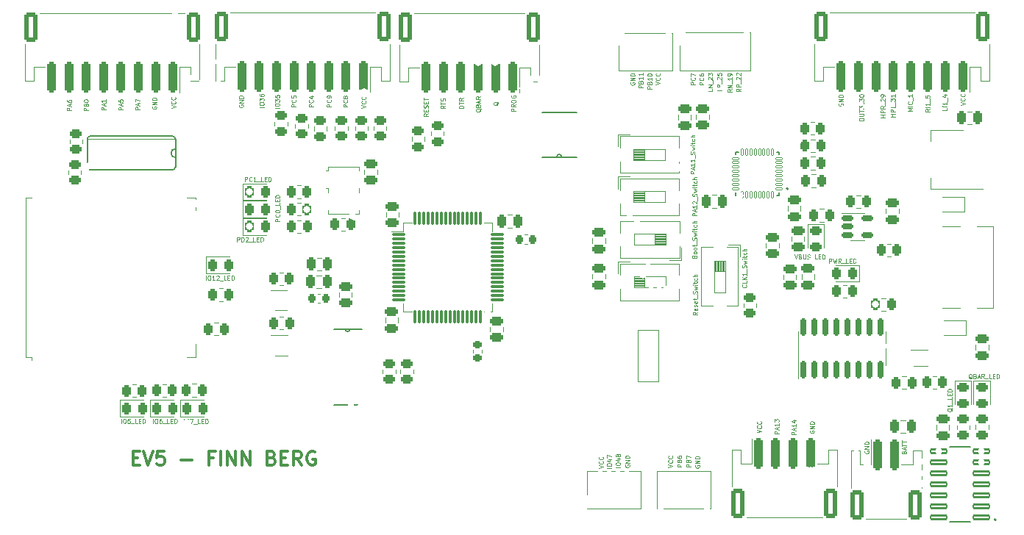
<source format=gbr>
%TF.GenerationSoftware,KiCad,Pcbnew,(6.0.11)*%
%TF.CreationDate,2023-04-06T14:42:31-07:00*%
%TF.ProjectId,EV5 Board Design,45563520-426f-4617-9264-204465736967,rev?*%
%TF.SameCoordinates,Original*%
%TF.FileFunction,Legend,Top*%
%TF.FilePolarity,Positive*%
%FSLAX46Y46*%
G04 Gerber Fmt 4.6, Leading zero omitted, Abs format (unit mm)*
G04 Created by KiCad (PCBNEW (6.0.11)) date 2023-04-06 14:42:31*
%MOMM*%
%LPD*%
G01*
G04 APERTURE LIST*
G04 Aperture macros list*
%AMRoundRect*
0 Rectangle with rounded corners*
0 $1 Rounding radius*
0 $2 $3 $4 $5 $6 $7 $8 $9 X,Y pos of 4 corners*
0 Add a 4 corners polygon primitive as box body*
4,1,4,$2,$3,$4,$5,$6,$7,$8,$9,$2,$3,0*
0 Add four circle primitives for the rounded corners*
1,1,$1+$1,$2,$3*
1,1,$1+$1,$4,$5*
1,1,$1+$1,$6,$7*
1,1,$1+$1,$8,$9*
0 Add four rect primitives between the rounded corners*
20,1,$1+$1,$2,$3,$4,$5,0*
20,1,$1+$1,$4,$5,$6,$7,0*
20,1,$1+$1,$6,$7,$8,$9,0*
20,1,$1+$1,$8,$9,$2,$3,0*%
G04 Aperture macros list end*
%ADD10C,0.100000*%
%ADD11C,0.300000*%
%ADD12C,0.120000*%
%ADD13C,0.152400*%
%ADD14C,0.127000*%
%ADD15C,0.200000*%
%ADD16C,0.050800*%
%ADD17R,0.500000X1.200000*%
%ADD18R,0.800000X1.500000*%
%ADD19RoundRect,0.250000X0.475000X-0.250000X0.475000X0.250000X-0.475000X0.250000X-0.475000X-0.250000X0*%
%ADD20RoundRect,0.250000X-0.450000X0.262500X-0.450000X-0.262500X0.450000X-0.262500X0.450000X0.262500X0*%
%ADD21RoundRect,0.250000X-0.250000X-0.475000X0.250000X-0.475000X0.250000X0.475000X-0.250000X0.475000X0*%
%ADD22R,0.400000X0.200000*%
%ADD23R,0.400000X0.410000*%
%ADD24RoundRect,0.250000X0.262500X0.450000X-0.262500X0.450000X-0.262500X-0.450000X0.262500X-0.450000X0*%
%ADD25RoundRect,0.250000X0.450000X-0.262500X0.450000X0.262500X-0.450000X0.262500X-0.450000X-0.262500X0*%
%ADD26RoundRect,0.250000X-0.262500X-0.450000X0.262500X-0.450000X0.262500X0.450000X-0.262500X0.450000X0*%
%ADD27RoundRect,0.243750X-0.243750X-0.456250X0.243750X-0.456250X0.243750X0.456250X-0.243750X0.456250X0*%
%ADD28RoundRect,0.250000X-0.475000X0.250000X-0.475000X-0.250000X0.475000X-0.250000X0.475000X0.250000X0*%
%ADD29RoundRect,0.243750X0.243750X0.456250X-0.243750X0.456250X-0.243750X-0.456250X0.243750X-0.456250X0*%
%ADD30RoundRect,0.075000X-0.700000X-0.075000X0.700000X-0.075000X0.700000X0.075000X-0.700000X0.075000X0*%
%ADD31RoundRect,0.075000X-0.075000X-0.700000X0.075000X-0.700000X0.075000X0.700000X-0.075000X0.700000X0*%
%ADD32RoundRect,0.243750X-0.456250X0.243750X-0.456250X-0.243750X0.456250X-0.243750X0.456250X0.243750X0*%
%ADD33R,0.500000X0.375000*%
%ADD34R,0.650000X0.300000*%
%ADD35RoundRect,0.218750X0.218750X0.256250X-0.218750X0.256250X-0.218750X-0.256250X0.218750X-0.256250X0*%
%ADD36RoundRect,0.250000X0.250000X1.500000X-0.250000X1.500000X-0.250000X-1.500000X0.250000X-1.500000X0*%
%ADD37RoundRect,0.250001X0.499999X1.449999X-0.499999X1.449999X-0.499999X-1.449999X0.499999X-1.449999X0*%
%ADD38RoundRect,0.150000X-0.512500X-0.150000X0.512500X-0.150000X0.512500X0.150000X-0.512500X0.150000X0*%
%ADD39R,2.160000X1.120000*%
%ADD40RoundRect,0.250000X0.250000X0.475000X-0.250000X0.475000X-0.250000X-0.475000X0.250000X-0.475000X0*%
%ADD41R,1.701800X0.533400*%
%ADD42RoundRect,0.225000X0.225000X0.250000X-0.225000X0.250000X-0.225000X-0.250000X0.225000X-0.250000X0*%
%ADD43R,1.422400X0.533400*%
%ADD44RoundRect,0.007500X0.372500X0.117500X-0.372500X0.117500X-0.372500X-0.117500X0.372500X-0.117500X0*%
%ADD45RoundRect,0.007500X-0.117500X0.372500X-0.117500X-0.372500X0.117500X-0.372500X0.117500X0.372500X0*%
%ADD46R,3.650000X3.650000*%
%ADD47RoundRect,0.250000X-0.250000X-1.500000X0.250000X-1.500000X0.250000X1.500000X-0.250000X1.500000X0*%
%ADD48RoundRect,0.250001X-0.499999X-1.449999X0.499999X-1.449999X0.499999X1.449999X-0.499999X1.449999X0*%
%ADD49R,0.650000X0.400000*%
%ADD50R,1.500000X1.600000*%
%ADD51C,0.650000*%
%ADD52R,1.450000X0.600000*%
%ADD53R,1.450000X0.300000*%
%ADD54O,1.600000X1.000000*%
%ADD55O,2.100000X1.000000*%
%ADD56R,0.600000X1.200000*%
%ADD57RoundRect,0.225000X0.250000X-0.225000X0.250000X0.225000X-0.250000X0.225000X-0.250000X-0.225000X0*%
%ADD58R,0.600000X0.450000*%
%ADD59R,2.000000X1.500000*%
%ADD60R,2.000000X3.800000*%
%ADD61RoundRect,0.090000X0.895000X0.210000X-0.895000X0.210000X-0.895000X-0.210000X0.895000X-0.210000X0*%
%ADD62RoundRect,0.150000X0.150000X-0.825000X0.150000X0.825000X-0.150000X0.825000X-0.150000X-0.825000X0*%
%ADD63R,0.900000X1.500000*%
%ADD64R,1.500000X0.900000*%
%ADD65R,1.120000X2.160000*%
%ADD66C,0.800000*%
G04 APERTURE END LIST*
D10*
X169250000Y-65270952D02*
X169226190Y-65318571D01*
X169226190Y-65390000D01*
X169250000Y-65461428D01*
X169297619Y-65509047D01*
X169345238Y-65532857D01*
X169440476Y-65556666D01*
X169511904Y-65556666D01*
X169607142Y-65532857D01*
X169654761Y-65509047D01*
X169702380Y-65461428D01*
X169726190Y-65390000D01*
X169726190Y-65342380D01*
X169702380Y-65270952D01*
X169678571Y-65247142D01*
X169511904Y-65247142D01*
X169511904Y-65342380D01*
X169726190Y-65032857D02*
X169226190Y-65032857D01*
X169726190Y-64747142D01*
X169226190Y-64747142D01*
X169726190Y-64509047D02*
X169226190Y-64509047D01*
X169226190Y-64390000D01*
X169250000Y-64318571D01*
X169297619Y-64270952D01*
X169345238Y-64247142D01*
X169440476Y-64223333D01*
X169511904Y-64223333D01*
X169607142Y-64247142D01*
X169654761Y-64270952D01*
X169702380Y-64318571D01*
X169726190Y-64390000D01*
X169726190Y-64509047D01*
X170666190Y-65887142D02*
X170166190Y-65887142D01*
X170166190Y-65696666D01*
X170190000Y-65649047D01*
X170213809Y-65625238D01*
X170261428Y-65601428D01*
X170332857Y-65601428D01*
X170380476Y-65625238D01*
X170404285Y-65649047D01*
X170428095Y-65696666D01*
X170428095Y-65887142D01*
X170404285Y-65220476D02*
X170428095Y-65149047D01*
X170451904Y-65125238D01*
X170499523Y-65101428D01*
X170570952Y-65101428D01*
X170618571Y-65125238D01*
X170642380Y-65149047D01*
X170666190Y-65196666D01*
X170666190Y-65387142D01*
X170166190Y-65387142D01*
X170166190Y-65220476D01*
X170190000Y-65172857D01*
X170213809Y-65149047D01*
X170261428Y-65125238D01*
X170309047Y-65125238D01*
X170356666Y-65149047D01*
X170380476Y-65172857D01*
X170404285Y-65220476D01*
X170404285Y-65387142D01*
X170666190Y-64625238D02*
X170666190Y-64910952D01*
X170666190Y-64768095D02*
X170166190Y-64768095D01*
X170237619Y-64815714D01*
X170285238Y-64863333D01*
X170309047Y-64910952D01*
X170666190Y-64149047D02*
X170666190Y-64434761D01*
X170666190Y-64291904D02*
X170166190Y-64291904D01*
X170237619Y-64339523D01*
X170285238Y-64387142D01*
X170309047Y-64434761D01*
X171696190Y-65977142D02*
X171196190Y-65977142D01*
X171196190Y-65786666D01*
X171220000Y-65739047D01*
X171243809Y-65715238D01*
X171291428Y-65691428D01*
X171362857Y-65691428D01*
X171410476Y-65715238D01*
X171434285Y-65739047D01*
X171458095Y-65786666D01*
X171458095Y-65977142D01*
X171434285Y-65310476D02*
X171458095Y-65239047D01*
X171481904Y-65215238D01*
X171529523Y-65191428D01*
X171600952Y-65191428D01*
X171648571Y-65215238D01*
X171672380Y-65239047D01*
X171696190Y-65286666D01*
X171696190Y-65477142D01*
X171196190Y-65477142D01*
X171196190Y-65310476D01*
X171220000Y-65262857D01*
X171243809Y-65239047D01*
X171291428Y-65215238D01*
X171339047Y-65215238D01*
X171386666Y-65239047D01*
X171410476Y-65262857D01*
X171434285Y-65310476D01*
X171434285Y-65477142D01*
X171696190Y-64715238D02*
X171696190Y-65000952D01*
X171696190Y-64858095D02*
X171196190Y-64858095D01*
X171267619Y-64905714D01*
X171315238Y-64953333D01*
X171339047Y-65000952D01*
X171196190Y-64405714D02*
X171196190Y-64358095D01*
X171220000Y-64310476D01*
X171243809Y-64286666D01*
X171291428Y-64262857D01*
X171386666Y-64239047D01*
X171505714Y-64239047D01*
X171600952Y-64262857D01*
X171648571Y-64286666D01*
X171672380Y-64310476D01*
X171696190Y-64358095D01*
X171696190Y-64405714D01*
X171672380Y-64453333D01*
X171648571Y-64477142D01*
X171600952Y-64500952D01*
X171505714Y-64524761D01*
X171386666Y-64524761D01*
X171291428Y-64500952D01*
X171243809Y-64477142D01*
X171220000Y-64453333D01*
X171196190Y-64405714D01*
X172156190Y-65496666D02*
X172656190Y-65330000D01*
X172156190Y-65163333D01*
X172608571Y-64710952D02*
X172632380Y-64734761D01*
X172656190Y-64806190D01*
X172656190Y-64853809D01*
X172632380Y-64925238D01*
X172584761Y-64972857D01*
X172537142Y-64996666D01*
X172441904Y-65020476D01*
X172370476Y-65020476D01*
X172275238Y-64996666D01*
X172227619Y-64972857D01*
X172180000Y-64925238D01*
X172156190Y-64853809D01*
X172156190Y-64806190D01*
X172180000Y-64734761D01*
X172203809Y-64710952D01*
X172608571Y-64210952D02*
X172632380Y-64234761D01*
X172656190Y-64306190D01*
X172656190Y-64353809D01*
X172632380Y-64425238D01*
X172584761Y-64472857D01*
X172537142Y-64496666D01*
X172441904Y-64520476D01*
X172370476Y-64520476D01*
X172275238Y-64496666D01*
X172227619Y-64472857D01*
X172180000Y-64425238D01*
X172156190Y-64353809D01*
X172156190Y-64306190D01*
X172180000Y-64234761D01*
X172203809Y-64210952D01*
X176686190Y-65489047D02*
X176186190Y-65489047D01*
X176186190Y-65298571D01*
X176210000Y-65250952D01*
X176233809Y-65227142D01*
X176281428Y-65203333D01*
X176352857Y-65203333D01*
X176400476Y-65227142D01*
X176424285Y-65250952D01*
X176448095Y-65298571D01*
X176448095Y-65489047D01*
X176638571Y-64703333D02*
X176662380Y-64727142D01*
X176686190Y-64798571D01*
X176686190Y-64846190D01*
X176662380Y-64917619D01*
X176614761Y-64965238D01*
X176567142Y-64989047D01*
X176471904Y-65012857D01*
X176400476Y-65012857D01*
X176305238Y-64989047D01*
X176257619Y-64965238D01*
X176210000Y-64917619D01*
X176186190Y-64846190D01*
X176186190Y-64798571D01*
X176210000Y-64727142D01*
X176233809Y-64703333D01*
X176186190Y-64536666D02*
X176186190Y-64203333D01*
X176686190Y-64417619D01*
X177676190Y-65509047D02*
X177176190Y-65509047D01*
X177176190Y-65318571D01*
X177200000Y-65270952D01*
X177223809Y-65247142D01*
X177271428Y-65223333D01*
X177342857Y-65223333D01*
X177390476Y-65247142D01*
X177414285Y-65270952D01*
X177438095Y-65318571D01*
X177438095Y-65509047D01*
X177628571Y-64723333D02*
X177652380Y-64747142D01*
X177676190Y-64818571D01*
X177676190Y-64866190D01*
X177652380Y-64937619D01*
X177604761Y-64985238D01*
X177557142Y-65009047D01*
X177461904Y-65032857D01*
X177390476Y-65032857D01*
X177295238Y-65009047D01*
X177247619Y-64985238D01*
X177200000Y-64937619D01*
X177176190Y-64866190D01*
X177176190Y-64818571D01*
X177200000Y-64747142D01*
X177223809Y-64723333D01*
X177176190Y-64294761D02*
X177176190Y-64390000D01*
X177200000Y-64437619D01*
X177223809Y-64461428D01*
X177295238Y-64509047D01*
X177390476Y-64532857D01*
X177580952Y-64532857D01*
X177628571Y-64509047D01*
X177652380Y-64485238D01*
X177676190Y-64437619D01*
X177676190Y-64342380D01*
X177652380Y-64294761D01*
X177628571Y-64270952D01*
X177580952Y-64247142D01*
X177461904Y-64247142D01*
X177414285Y-64270952D01*
X177390476Y-64294761D01*
X177366666Y-64342380D01*
X177366666Y-64437619D01*
X177390476Y-64485238D01*
X177414285Y-64509047D01*
X177461904Y-64532857D01*
X178686190Y-65993809D02*
X178686190Y-66231904D01*
X178186190Y-66231904D01*
X178686190Y-65827142D02*
X178186190Y-65827142D01*
X178686190Y-65541428D01*
X178186190Y-65541428D01*
X178733809Y-65422380D02*
X178733809Y-65041428D01*
X178233809Y-64946190D02*
X178210000Y-64922380D01*
X178186190Y-64874761D01*
X178186190Y-64755714D01*
X178210000Y-64708095D01*
X178233809Y-64684285D01*
X178281428Y-64660476D01*
X178329047Y-64660476D01*
X178400476Y-64684285D01*
X178686190Y-64970000D01*
X178686190Y-64660476D01*
X178186190Y-64493809D02*
X178186190Y-64184285D01*
X178376666Y-64350952D01*
X178376666Y-64279523D01*
X178400476Y-64231904D01*
X178424285Y-64208095D01*
X178471904Y-64184285D01*
X178590952Y-64184285D01*
X178638571Y-64208095D01*
X178662380Y-64231904D01*
X178686190Y-64279523D01*
X178686190Y-64422380D01*
X178662380Y-64470000D01*
X178638571Y-64493809D01*
X179716190Y-65961904D02*
X179716190Y-66200000D01*
X179216190Y-66200000D01*
X179716190Y-65795238D02*
X179216190Y-65795238D01*
X179216190Y-65604761D01*
X179240000Y-65557142D01*
X179263809Y-65533333D01*
X179311428Y-65509523D01*
X179382857Y-65509523D01*
X179430476Y-65533333D01*
X179454285Y-65557142D01*
X179478095Y-65604761D01*
X179478095Y-65795238D01*
X179763809Y-65414285D02*
X179763809Y-65033333D01*
X179263809Y-64938095D02*
X179240000Y-64914285D01*
X179216190Y-64866666D01*
X179216190Y-64747619D01*
X179240000Y-64700000D01*
X179263809Y-64676190D01*
X179311428Y-64652380D01*
X179359047Y-64652380D01*
X179430476Y-64676190D01*
X179716190Y-64961904D01*
X179716190Y-64652380D01*
X179216190Y-64200000D02*
X179216190Y-64438095D01*
X179454285Y-64461904D01*
X179430476Y-64438095D01*
X179406666Y-64390476D01*
X179406666Y-64271428D01*
X179430476Y-64223809D01*
X179454285Y-64200000D01*
X179501904Y-64176190D01*
X179620952Y-64176190D01*
X179668571Y-64200000D01*
X179692380Y-64223809D01*
X179716190Y-64271428D01*
X179716190Y-64390476D01*
X179692380Y-64438095D01*
X179668571Y-64461904D01*
X180916190Y-66053809D02*
X180678095Y-66220476D01*
X180916190Y-66339523D02*
X180416190Y-66339523D01*
X180416190Y-66149047D01*
X180440000Y-66101428D01*
X180463809Y-66077619D01*
X180511428Y-66053809D01*
X180582857Y-66053809D01*
X180630476Y-66077619D01*
X180654285Y-66101428D01*
X180678095Y-66149047D01*
X180678095Y-66339523D01*
X180916190Y-65839523D02*
X180416190Y-65839523D01*
X180916190Y-65553809D01*
X180416190Y-65553809D01*
X180963809Y-65434761D02*
X180963809Y-65053809D01*
X180916190Y-64672857D02*
X180916190Y-64958571D01*
X180916190Y-64815714D02*
X180416190Y-64815714D01*
X180487619Y-64863333D01*
X180535238Y-64910952D01*
X180559047Y-64958571D01*
X180916190Y-64434761D02*
X180916190Y-64339523D01*
X180892380Y-64291904D01*
X180868571Y-64268095D01*
X180797142Y-64220476D01*
X180701904Y-64196666D01*
X180511428Y-64196666D01*
X180463809Y-64220476D01*
X180440000Y-64244285D01*
X180416190Y-64291904D01*
X180416190Y-64387142D01*
X180440000Y-64434761D01*
X180463809Y-64458571D01*
X180511428Y-64482380D01*
X180630476Y-64482380D01*
X180678095Y-64458571D01*
X180701904Y-64434761D01*
X180725714Y-64387142D01*
X180725714Y-64291904D01*
X180701904Y-64244285D01*
X180678095Y-64220476D01*
X180630476Y-64196666D01*
X181936190Y-65991904D02*
X181698095Y-66158571D01*
X181936190Y-66277619D02*
X181436190Y-66277619D01*
X181436190Y-66087142D01*
X181460000Y-66039523D01*
X181483809Y-66015714D01*
X181531428Y-65991904D01*
X181602857Y-65991904D01*
X181650476Y-66015714D01*
X181674285Y-66039523D01*
X181698095Y-66087142D01*
X181698095Y-66277619D01*
X181936190Y-65777619D02*
X181436190Y-65777619D01*
X181436190Y-65587142D01*
X181460000Y-65539523D01*
X181483809Y-65515714D01*
X181531428Y-65491904D01*
X181602857Y-65491904D01*
X181650476Y-65515714D01*
X181674285Y-65539523D01*
X181698095Y-65587142D01*
X181698095Y-65777619D01*
X181983809Y-65396666D02*
X181983809Y-65015714D01*
X181483809Y-64920476D02*
X181460000Y-64896666D01*
X181436190Y-64849047D01*
X181436190Y-64730000D01*
X181460000Y-64682380D01*
X181483809Y-64658571D01*
X181531428Y-64634761D01*
X181579047Y-64634761D01*
X181650476Y-64658571D01*
X181936190Y-64944285D01*
X181936190Y-64634761D01*
X181483809Y-64444285D02*
X181460000Y-64420476D01*
X181436190Y-64372857D01*
X181436190Y-64253809D01*
X181460000Y-64206190D01*
X181483809Y-64182380D01*
X181531428Y-64158571D01*
X181579047Y-64158571D01*
X181650476Y-64182380D01*
X181936190Y-64468095D01*
X181936190Y-64158571D01*
X165606190Y-109696666D02*
X166106190Y-109530000D01*
X165606190Y-109363333D01*
X166058571Y-108910952D02*
X166082380Y-108934761D01*
X166106190Y-109006190D01*
X166106190Y-109053809D01*
X166082380Y-109125238D01*
X166034761Y-109172857D01*
X165987142Y-109196666D01*
X165891904Y-109220476D01*
X165820476Y-109220476D01*
X165725238Y-109196666D01*
X165677619Y-109172857D01*
X165630000Y-109125238D01*
X165606190Y-109053809D01*
X165606190Y-109006190D01*
X165630000Y-108934761D01*
X165653809Y-108910952D01*
X166058571Y-108410952D02*
X166082380Y-108434761D01*
X166106190Y-108506190D01*
X166106190Y-108553809D01*
X166082380Y-108625238D01*
X166034761Y-108672857D01*
X165987142Y-108696666D01*
X165891904Y-108720476D01*
X165820476Y-108720476D01*
X165725238Y-108696666D01*
X165677619Y-108672857D01*
X165630000Y-108625238D01*
X165606190Y-108553809D01*
X165606190Y-108506190D01*
X165630000Y-108434761D01*
X165653809Y-108410952D01*
X167056190Y-109698095D02*
X166556190Y-109698095D01*
X166556190Y-109364761D02*
X166556190Y-109269523D01*
X166580000Y-109221904D01*
X166627619Y-109174285D01*
X166722857Y-109150476D01*
X166889523Y-109150476D01*
X166984761Y-109174285D01*
X167032380Y-109221904D01*
X167056190Y-109269523D01*
X167056190Y-109364761D01*
X167032380Y-109412380D01*
X166984761Y-109460000D01*
X166889523Y-109483809D01*
X166722857Y-109483809D01*
X166627619Y-109460000D01*
X166580000Y-109412380D01*
X166556190Y-109364761D01*
X166722857Y-108721904D02*
X167056190Y-108721904D01*
X166532380Y-108840952D02*
X166889523Y-108960000D01*
X166889523Y-108650476D01*
X166556190Y-108507619D02*
X166556190Y-108174285D01*
X167056190Y-108388571D01*
X168076190Y-109598095D02*
X167576190Y-109598095D01*
X167576190Y-109264761D02*
X167576190Y-109169523D01*
X167600000Y-109121904D01*
X167647619Y-109074285D01*
X167742857Y-109050476D01*
X167909523Y-109050476D01*
X168004761Y-109074285D01*
X168052380Y-109121904D01*
X168076190Y-109169523D01*
X168076190Y-109264761D01*
X168052380Y-109312380D01*
X168004761Y-109360000D01*
X167909523Y-109383809D01*
X167742857Y-109383809D01*
X167647619Y-109360000D01*
X167600000Y-109312380D01*
X167576190Y-109264761D01*
X167742857Y-108621904D02*
X168076190Y-108621904D01*
X167552380Y-108740952D02*
X167909523Y-108860000D01*
X167909523Y-108550476D01*
X167790476Y-108288571D02*
X167766666Y-108336190D01*
X167742857Y-108360000D01*
X167695238Y-108383809D01*
X167671428Y-108383809D01*
X167623809Y-108360000D01*
X167600000Y-108336190D01*
X167576190Y-108288571D01*
X167576190Y-108193333D01*
X167600000Y-108145714D01*
X167623809Y-108121904D01*
X167671428Y-108098095D01*
X167695238Y-108098095D01*
X167742857Y-108121904D01*
X167766666Y-108145714D01*
X167790476Y-108193333D01*
X167790476Y-108288571D01*
X167814285Y-108336190D01*
X167838095Y-108360000D01*
X167885714Y-108383809D01*
X167980952Y-108383809D01*
X168028571Y-108360000D01*
X168052380Y-108336190D01*
X168076190Y-108288571D01*
X168076190Y-108193333D01*
X168052380Y-108145714D01*
X168028571Y-108121904D01*
X167980952Y-108098095D01*
X167885714Y-108098095D01*
X167838095Y-108121904D01*
X167814285Y-108145714D01*
X167790476Y-108193333D01*
X168670000Y-109320952D02*
X168646190Y-109368571D01*
X168646190Y-109440000D01*
X168670000Y-109511428D01*
X168717619Y-109559047D01*
X168765238Y-109582857D01*
X168860476Y-109606666D01*
X168931904Y-109606666D01*
X169027142Y-109582857D01*
X169074761Y-109559047D01*
X169122380Y-109511428D01*
X169146190Y-109440000D01*
X169146190Y-109392380D01*
X169122380Y-109320952D01*
X169098571Y-109297142D01*
X168931904Y-109297142D01*
X168931904Y-109392380D01*
X169146190Y-109082857D02*
X168646190Y-109082857D01*
X169146190Y-108797142D01*
X168646190Y-108797142D01*
X169146190Y-108559047D02*
X168646190Y-108559047D01*
X168646190Y-108440000D01*
X168670000Y-108368571D01*
X168717619Y-108320952D01*
X168765238Y-108297142D01*
X168860476Y-108273333D01*
X168931904Y-108273333D01*
X169027142Y-108297142D01*
X169074761Y-108320952D01*
X169122380Y-108368571D01*
X169146190Y-108440000D01*
X169146190Y-108559047D01*
X173596190Y-109586666D02*
X174096190Y-109420000D01*
X173596190Y-109253333D01*
X174048571Y-108800952D02*
X174072380Y-108824761D01*
X174096190Y-108896190D01*
X174096190Y-108943809D01*
X174072380Y-109015238D01*
X174024761Y-109062857D01*
X173977142Y-109086666D01*
X173881904Y-109110476D01*
X173810476Y-109110476D01*
X173715238Y-109086666D01*
X173667619Y-109062857D01*
X173620000Y-109015238D01*
X173596190Y-108943809D01*
X173596190Y-108896190D01*
X173620000Y-108824761D01*
X173643809Y-108800952D01*
X174048571Y-108300952D02*
X174072380Y-108324761D01*
X174096190Y-108396190D01*
X174096190Y-108443809D01*
X174072380Y-108515238D01*
X174024761Y-108562857D01*
X173977142Y-108586666D01*
X173881904Y-108610476D01*
X173810476Y-108610476D01*
X173715238Y-108586666D01*
X173667619Y-108562857D01*
X173620000Y-108515238D01*
X173596190Y-108443809D01*
X173596190Y-108396190D01*
X173620000Y-108324761D01*
X173643809Y-108300952D01*
X175136190Y-109539047D02*
X174636190Y-109539047D01*
X174636190Y-109348571D01*
X174660000Y-109300952D01*
X174683809Y-109277142D01*
X174731428Y-109253333D01*
X174802857Y-109253333D01*
X174850476Y-109277142D01*
X174874285Y-109300952D01*
X174898095Y-109348571D01*
X174898095Y-109539047D01*
X174874285Y-108872380D02*
X174898095Y-108800952D01*
X174921904Y-108777142D01*
X174969523Y-108753333D01*
X175040952Y-108753333D01*
X175088571Y-108777142D01*
X175112380Y-108800952D01*
X175136190Y-108848571D01*
X175136190Y-109039047D01*
X174636190Y-109039047D01*
X174636190Y-108872380D01*
X174660000Y-108824761D01*
X174683809Y-108800952D01*
X174731428Y-108777142D01*
X174779047Y-108777142D01*
X174826666Y-108800952D01*
X174850476Y-108824761D01*
X174874285Y-108872380D01*
X174874285Y-109039047D01*
X174636190Y-108324761D02*
X174636190Y-108420000D01*
X174660000Y-108467619D01*
X174683809Y-108491428D01*
X174755238Y-108539047D01*
X174850476Y-108562857D01*
X175040952Y-108562857D01*
X175088571Y-108539047D01*
X175112380Y-108515238D01*
X175136190Y-108467619D01*
X175136190Y-108372380D01*
X175112380Y-108324761D01*
X175088571Y-108300952D01*
X175040952Y-108277142D01*
X174921904Y-108277142D01*
X174874285Y-108300952D01*
X174850476Y-108324761D01*
X174826666Y-108372380D01*
X174826666Y-108467619D01*
X174850476Y-108515238D01*
X174874285Y-108539047D01*
X174921904Y-108562857D01*
X176166190Y-109539047D02*
X175666190Y-109539047D01*
X175666190Y-109348571D01*
X175690000Y-109300952D01*
X175713809Y-109277142D01*
X175761428Y-109253333D01*
X175832857Y-109253333D01*
X175880476Y-109277142D01*
X175904285Y-109300952D01*
X175928095Y-109348571D01*
X175928095Y-109539047D01*
X175904285Y-108872380D02*
X175928095Y-108800952D01*
X175951904Y-108777142D01*
X175999523Y-108753333D01*
X176070952Y-108753333D01*
X176118571Y-108777142D01*
X176142380Y-108800952D01*
X176166190Y-108848571D01*
X176166190Y-109039047D01*
X175666190Y-109039047D01*
X175666190Y-108872380D01*
X175690000Y-108824761D01*
X175713809Y-108800952D01*
X175761428Y-108777142D01*
X175809047Y-108777142D01*
X175856666Y-108800952D01*
X175880476Y-108824761D01*
X175904285Y-108872380D01*
X175904285Y-109039047D01*
X175666190Y-108586666D02*
X175666190Y-108253333D01*
X176166190Y-108467619D01*
X176730000Y-109380952D02*
X176706190Y-109428571D01*
X176706190Y-109500000D01*
X176730000Y-109571428D01*
X176777619Y-109619047D01*
X176825238Y-109642857D01*
X176920476Y-109666666D01*
X176991904Y-109666666D01*
X177087142Y-109642857D01*
X177134761Y-109619047D01*
X177182380Y-109571428D01*
X177206190Y-109500000D01*
X177206190Y-109452380D01*
X177182380Y-109380952D01*
X177158571Y-109357142D01*
X176991904Y-109357142D01*
X176991904Y-109452380D01*
X177206190Y-109142857D02*
X176706190Y-109142857D01*
X177206190Y-108857142D01*
X176706190Y-108857142D01*
X177206190Y-108619047D02*
X176706190Y-108619047D01*
X176706190Y-108500000D01*
X176730000Y-108428571D01*
X176777619Y-108380952D01*
X176825238Y-108357142D01*
X176920476Y-108333333D01*
X176991904Y-108333333D01*
X177087142Y-108357142D01*
X177134761Y-108380952D01*
X177182380Y-108428571D01*
X177206190Y-108500000D01*
X177206190Y-108619047D01*
X183826190Y-105596666D02*
X184326190Y-105430000D01*
X183826190Y-105263333D01*
X184278571Y-104810952D02*
X184302380Y-104834761D01*
X184326190Y-104906190D01*
X184326190Y-104953809D01*
X184302380Y-105025238D01*
X184254761Y-105072857D01*
X184207142Y-105096666D01*
X184111904Y-105120476D01*
X184040476Y-105120476D01*
X183945238Y-105096666D01*
X183897619Y-105072857D01*
X183850000Y-105025238D01*
X183826190Y-104953809D01*
X183826190Y-104906190D01*
X183850000Y-104834761D01*
X183873809Y-104810952D01*
X184278571Y-104310952D02*
X184302380Y-104334761D01*
X184326190Y-104406190D01*
X184326190Y-104453809D01*
X184302380Y-104525238D01*
X184254761Y-104572857D01*
X184207142Y-104596666D01*
X184111904Y-104620476D01*
X184040476Y-104620476D01*
X183945238Y-104596666D01*
X183897619Y-104572857D01*
X183850000Y-104525238D01*
X183826190Y-104453809D01*
X183826190Y-104406190D01*
X183850000Y-104334761D01*
X183873809Y-104310952D01*
X186316190Y-105731428D02*
X185816190Y-105731428D01*
X185816190Y-105540952D01*
X185840000Y-105493333D01*
X185863809Y-105469523D01*
X185911428Y-105445714D01*
X185982857Y-105445714D01*
X186030476Y-105469523D01*
X186054285Y-105493333D01*
X186078095Y-105540952D01*
X186078095Y-105731428D01*
X186173333Y-105255238D02*
X186173333Y-105017142D01*
X186316190Y-105302857D02*
X185816190Y-105136190D01*
X186316190Y-104969523D01*
X186316190Y-104540952D02*
X186316190Y-104826666D01*
X186316190Y-104683809D02*
X185816190Y-104683809D01*
X185887619Y-104731428D01*
X185935238Y-104779047D01*
X185959047Y-104826666D01*
X185816190Y-104374285D02*
X185816190Y-104064761D01*
X186006666Y-104231428D01*
X186006666Y-104160000D01*
X186030476Y-104112380D01*
X186054285Y-104088571D01*
X186101904Y-104064761D01*
X186220952Y-104064761D01*
X186268571Y-104088571D01*
X186292380Y-104112380D01*
X186316190Y-104160000D01*
X186316190Y-104302857D01*
X186292380Y-104350476D01*
X186268571Y-104374285D01*
X188306190Y-105811428D02*
X187806190Y-105811428D01*
X187806190Y-105620952D01*
X187830000Y-105573333D01*
X187853809Y-105549523D01*
X187901428Y-105525714D01*
X187972857Y-105525714D01*
X188020476Y-105549523D01*
X188044285Y-105573333D01*
X188068095Y-105620952D01*
X188068095Y-105811428D01*
X188163333Y-105335238D02*
X188163333Y-105097142D01*
X188306190Y-105382857D02*
X187806190Y-105216190D01*
X188306190Y-105049523D01*
X188306190Y-104620952D02*
X188306190Y-104906666D01*
X188306190Y-104763809D02*
X187806190Y-104763809D01*
X187877619Y-104811428D01*
X187925238Y-104859047D01*
X187949047Y-104906666D01*
X187972857Y-104192380D02*
X188306190Y-104192380D01*
X187782380Y-104311428D02*
X188139523Y-104430476D01*
X188139523Y-104120952D01*
X189910000Y-105370952D02*
X189886190Y-105418571D01*
X189886190Y-105490000D01*
X189910000Y-105561428D01*
X189957619Y-105609047D01*
X190005238Y-105632857D01*
X190100476Y-105656666D01*
X190171904Y-105656666D01*
X190267142Y-105632857D01*
X190314761Y-105609047D01*
X190362380Y-105561428D01*
X190386190Y-105490000D01*
X190386190Y-105442380D01*
X190362380Y-105370952D01*
X190338571Y-105347142D01*
X190171904Y-105347142D01*
X190171904Y-105442380D01*
X190386190Y-105132857D02*
X189886190Y-105132857D01*
X190386190Y-104847142D01*
X189886190Y-104847142D01*
X190386190Y-104609047D02*
X189886190Y-104609047D01*
X189886190Y-104490000D01*
X189910000Y-104418571D01*
X189957619Y-104370952D01*
X190005238Y-104347142D01*
X190100476Y-104323333D01*
X190171904Y-104323333D01*
X190267142Y-104347142D01*
X190314761Y-104370952D01*
X190362380Y-104418571D01*
X190386190Y-104490000D01*
X190386190Y-104609047D01*
X106826190Y-68499047D02*
X106326190Y-68499047D01*
X106326190Y-68308571D01*
X106350000Y-68260952D01*
X106373809Y-68237142D01*
X106421428Y-68213333D01*
X106492857Y-68213333D01*
X106540476Y-68237142D01*
X106564285Y-68260952D01*
X106588095Y-68308571D01*
X106588095Y-68499047D01*
X106564285Y-67832380D02*
X106588095Y-67760952D01*
X106611904Y-67737142D01*
X106659523Y-67713333D01*
X106730952Y-67713333D01*
X106778571Y-67737142D01*
X106802380Y-67760952D01*
X106826190Y-67808571D01*
X106826190Y-67999047D01*
X106326190Y-67999047D01*
X106326190Y-67832380D01*
X106350000Y-67784761D01*
X106373809Y-67760952D01*
X106421428Y-67737142D01*
X106469047Y-67737142D01*
X106516666Y-67760952D01*
X106540476Y-67784761D01*
X106564285Y-67832380D01*
X106564285Y-67999047D01*
X106326190Y-67403809D02*
X106326190Y-67356190D01*
X106350000Y-67308571D01*
X106373809Y-67284761D01*
X106421428Y-67260952D01*
X106516666Y-67237142D01*
X106635714Y-67237142D01*
X106730952Y-67260952D01*
X106778571Y-67284761D01*
X106802380Y-67308571D01*
X106826190Y-67356190D01*
X106826190Y-67403809D01*
X106802380Y-67451428D01*
X106778571Y-67475238D01*
X106730952Y-67499047D01*
X106635714Y-67522857D01*
X106516666Y-67522857D01*
X106421428Y-67499047D01*
X106373809Y-67475238D01*
X106350000Y-67451428D01*
X106326190Y-67403809D01*
X201706190Y-68584285D02*
X201206190Y-68584285D01*
X201563333Y-68417619D01*
X201206190Y-68250952D01*
X201706190Y-68250952D01*
X201706190Y-68012857D02*
X201206190Y-68012857D01*
X201658571Y-67489047D02*
X201682380Y-67512857D01*
X201706190Y-67584285D01*
X201706190Y-67631904D01*
X201682380Y-67703333D01*
X201634761Y-67750952D01*
X201587142Y-67774761D01*
X201491904Y-67798571D01*
X201420476Y-67798571D01*
X201325238Y-67774761D01*
X201277619Y-67750952D01*
X201230000Y-67703333D01*
X201206190Y-67631904D01*
X201206190Y-67584285D01*
X201230000Y-67512857D01*
X201253809Y-67489047D01*
X201753809Y-67393809D02*
X201753809Y-67012857D01*
X201706190Y-66631904D02*
X201706190Y-66917619D01*
X201706190Y-66774761D02*
X201206190Y-66774761D01*
X201277619Y-66822380D01*
X201325238Y-66870000D01*
X201349047Y-66917619D01*
X207246190Y-67876666D02*
X207746190Y-67710000D01*
X207246190Y-67543333D01*
X207698571Y-67090952D02*
X207722380Y-67114761D01*
X207746190Y-67186190D01*
X207746190Y-67233809D01*
X207722380Y-67305238D01*
X207674761Y-67352857D01*
X207627142Y-67376666D01*
X207531904Y-67400476D01*
X207460476Y-67400476D01*
X207365238Y-67376666D01*
X207317619Y-67352857D01*
X207270000Y-67305238D01*
X207246190Y-67233809D01*
X207246190Y-67186190D01*
X207270000Y-67114761D01*
X207293809Y-67090952D01*
X207698571Y-66590952D02*
X207722380Y-66614761D01*
X207746190Y-66686190D01*
X207746190Y-66733809D01*
X207722380Y-66805238D01*
X207674761Y-66852857D01*
X207627142Y-66876666D01*
X207531904Y-66900476D01*
X207460476Y-66900476D01*
X207365238Y-66876666D01*
X207317619Y-66852857D01*
X207270000Y-66805238D01*
X207246190Y-66733809D01*
X207246190Y-66686190D01*
X207270000Y-66614761D01*
X207293809Y-66590952D01*
X147916190Y-67953809D02*
X147678095Y-68120476D01*
X147916190Y-68239523D02*
X147416190Y-68239523D01*
X147416190Y-68049047D01*
X147440000Y-68001428D01*
X147463809Y-67977619D01*
X147511428Y-67953809D01*
X147582857Y-67953809D01*
X147630476Y-67977619D01*
X147654285Y-68001428D01*
X147678095Y-68049047D01*
X147678095Y-68239523D01*
X147416190Y-67810952D02*
X147416190Y-67525238D01*
X147916190Y-67668095D02*
X147416190Y-67668095D01*
X147892380Y-67382380D02*
X147916190Y-67310952D01*
X147916190Y-67191904D01*
X147892380Y-67144285D01*
X147868571Y-67120476D01*
X147820952Y-67096666D01*
X147773333Y-67096666D01*
X147725714Y-67120476D01*
X147701904Y-67144285D01*
X147678095Y-67191904D01*
X147654285Y-67287142D01*
X147630476Y-67334761D01*
X147606666Y-67358571D01*
X147559047Y-67382380D01*
X147511428Y-67382380D01*
X147463809Y-67358571D01*
X147440000Y-67334761D01*
X147416190Y-67287142D01*
X147416190Y-67168095D01*
X147440000Y-67096666D01*
X182548571Y-88578571D02*
X182572380Y-88602380D01*
X182596190Y-88673809D01*
X182596190Y-88721428D01*
X182572380Y-88792857D01*
X182524761Y-88840476D01*
X182477142Y-88864285D01*
X182381904Y-88888095D01*
X182310476Y-88888095D01*
X182215238Y-88864285D01*
X182167619Y-88840476D01*
X182120000Y-88792857D01*
X182096190Y-88721428D01*
X182096190Y-88673809D01*
X182120000Y-88602380D01*
X182143809Y-88578571D01*
X182596190Y-88126190D02*
X182596190Y-88364285D01*
X182096190Y-88364285D01*
X182596190Y-87959523D02*
X182096190Y-87959523D01*
X182596190Y-87673809D02*
X182310476Y-87888095D01*
X182096190Y-87673809D02*
X182381904Y-87959523D01*
X182596190Y-87197619D02*
X182596190Y-87483333D01*
X182596190Y-87340476D02*
X182096190Y-87340476D01*
X182167619Y-87388095D01*
X182215238Y-87435714D01*
X182239047Y-87483333D01*
X182643809Y-87102380D02*
X182643809Y-86721428D01*
X182572380Y-86626190D02*
X182596190Y-86554761D01*
X182596190Y-86435714D01*
X182572380Y-86388095D01*
X182548571Y-86364285D01*
X182500952Y-86340476D01*
X182453333Y-86340476D01*
X182405714Y-86364285D01*
X182381904Y-86388095D01*
X182358095Y-86435714D01*
X182334285Y-86530952D01*
X182310476Y-86578571D01*
X182286666Y-86602380D01*
X182239047Y-86626190D01*
X182191428Y-86626190D01*
X182143809Y-86602380D01*
X182120000Y-86578571D01*
X182096190Y-86530952D01*
X182096190Y-86411904D01*
X182120000Y-86340476D01*
X182262857Y-86173809D02*
X182596190Y-86078571D01*
X182358095Y-85983333D01*
X182596190Y-85888095D01*
X182262857Y-85792857D01*
X182596190Y-85602380D02*
X182262857Y-85602380D01*
X182096190Y-85602380D02*
X182120000Y-85626190D01*
X182143809Y-85602380D01*
X182120000Y-85578571D01*
X182096190Y-85602380D01*
X182143809Y-85602380D01*
X182262857Y-85435714D02*
X182262857Y-85245238D01*
X182096190Y-85364285D02*
X182524761Y-85364285D01*
X182572380Y-85340476D01*
X182596190Y-85292857D01*
X182596190Y-85245238D01*
X182572380Y-84864285D02*
X182596190Y-84911904D01*
X182596190Y-85007142D01*
X182572380Y-85054761D01*
X182548571Y-85078571D01*
X182500952Y-85102380D01*
X182358095Y-85102380D01*
X182310476Y-85078571D01*
X182286666Y-85054761D01*
X182262857Y-85007142D01*
X182262857Y-84911904D01*
X182286666Y-84864285D01*
X182596190Y-84650000D02*
X182096190Y-84650000D01*
X182596190Y-84435714D02*
X182334285Y-84435714D01*
X182286666Y-84459523D01*
X182262857Y-84507142D01*
X182262857Y-84578571D01*
X182286666Y-84626190D01*
X182310476Y-84650000D01*
X114300952Y-104526190D02*
X114300952Y-104026190D01*
X114634285Y-104026190D02*
X114729523Y-104026190D01*
X114777142Y-104050000D01*
X114824761Y-104097619D01*
X114848571Y-104192857D01*
X114848571Y-104359523D01*
X114824761Y-104454761D01*
X114777142Y-104502380D01*
X114729523Y-104526190D01*
X114634285Y-104526190D01*
X114586666Y-104502380D01*
X114539047Y-104454761D01*
X114515238Y-104359523D01*
X114515238Y-104192857D01*
X114539047Y-104097619D01*
X114586666Y-104050000D01*
X114634285Y-104026190D01*
X115277142Y-104026190D02*
X115181904Y-104026190D01*
X115134285Y-104050000D01*
X115110476Y-104073809D01*
X115062857Y-104145238D01*
X115039047Y-104240476D01*
X115039047Y-104430952D01*
X115062857Y-104478571D01*
X115086666Y-104502380D01*
X115134285Y-104526190D01*
X115229523Y-104526190D01*
X115277142Y-104502380D01*
X115300952Y-104478571D01*
X115324761Y-104430952D01*
X115324761Y-104311904D01*
X115300952Y-104264285D01*
X115277142Y-104240476D01*
X115229523Y-104216666D01*
X115134285Y-104216666D01*
X115086666Y-104240476D01*
X115062857Y-104264285D01*
X115039047Y-104311904D01*
X115420000Y-104573809D02*
X115800952Y-104573809D01*
X116158095Y-104526190D02*
X115920000Y-104526190D01*
X115920000Y-104026190D01*
X116324761Y-104264285D02*
X116491428Y-104264285D01*
X116562857Y-104526190D02*
X116324761Y-104526190D01*
X116324761Y-104026190D01*
X116562857Y-104026190D01*
X116777142Y-104526190D02*
X116777142Y-104026190D01*
X116896190Y-104026190D01*
X116967619Y-104050000D01*
X117015238Y-104097619D01*
X117039047Y-104145238D01*
X117062857Y-104240476D01*
X117062857Y-104311904D01*
X117039047Y-104407142D01*
X117015238Y-104454761D01*
X116967619Y-104502380D01*
X116896190Y-104526190D01*
X116777142Y-104526190D01*
X124200000Y-67840952D02*
X124176190Y-67888571D01*
X124176190Y-67960000D01*
X124200000Y-68031428D01*
X124247619Y-68079047D01*
X124295238Y-68102857D01*
X124390476Y-68126666D01*
X124461904Y-68126666D01*
X124557142Y-68102857D01*
X124604761Y-68079047D01*
X124652380Y-68031428D01*
X124676190Y-67960000D01*
X124676190Y-67912380D01*
X124652380Y-67840952D01*
X124628571Y-67817142D01*
X124461904Y-67817142D01*
X124461904Y-67912380D01*
X124676190Y-67602857D02*
X124176190Y-67602857D01*
X124676190Y-67317142D01*
X124176190Y-67317142D01*
X124676190Y-67079047D02*
X124176190Y-67079047D01*
X124176190Y-66960000D01*
X124200000Y-66888571D01*
X124247619Y-66840952D01*
X124295238Y-66817142D01*
X124390476Y-66793333D01*
X124461904Y-66793333D01*
X124557142Y-66817142D01*
X124604761Y-66840952D01*
X124652380Y-66888571D01*
X124676190Y-66960000D01*
X124676190Y-67079047D01*
X114230000Y-68050952D02*
X114206190Y-68098571D01*
X114206190Y-68170000D01*
X114230000Y-68241428D01*
X114277619Y-68289047D01*
X114325238Y-68312857D01*
X114420476Y-68336666D01*
X114491904Y-68336666D01*
X114587142Y-68312857D01*
X114634761Y-68289047D01*
X114682380Y-68241428D01*
X114706190Y-68170000D01*
X114706190Y-68122380D01*
X114682380Y-68050952D01*
X114658571Y-68027142D01*
X114491904Y-68027142D01*
X114491904Y-68122380D01*
X114706190Y-67812857D02*
X114206190Y-67812857D01*
X114706190Y-67527142D01*
X114206190Y-67527142D01*
X114706190Y-67289047D02*
X114206190Y-67289047D01*
X114206190Y-67170000D01*
X114230000Y-67098571D01*
X114277619Y-67050952D01*
X114325238Y-67027142D01*
X114420476Y-67003333D01*
X114491904Y-67003333D01*
X114587142Y-67027142D01*
X114634761Y-67050952D01*
X114682380Y-67098571D01*
X114706190Y-67170000D01*
X114706190Y-67289047D01*
X199696190Y-69191904D02*
X199196190Y-69191904D01*
X199434285Y-69191904D02*
X199434285Y-68906190D01*
X199696190Y-68906190D02*
X199196190Y-68906190D01*
X199696190Y-68668095D02*
X199196190Y-68668095D01*
X199196190Y-68477619D01*
X199220000Y-68430000D01*
X199243809Y-68406190D01*
X199291428Y-68382380D01*
X199362857Y-68382380D01*
X199410476Y-68406190D01*
X199434285Y-68430000D01*
X199458095Y-68477619D01*
X199458095Y-68668095D01*
X199696190Y-67930000D02*
X199696190Y-68168095D01*
X199196190Y-68168095D01*
X199743809Y-67882380D02*
X199743809Y-67501428D01*
X199196190Y-67430000D02*
X199196190Y-67120476D01*
X199386666Y-67287142D01*
X199386666Y-67215714D01*
X199410476Y-67168095D01*
X199434285Y-67144285D01*
X199481904Y-67120476D01*
X199600952Y-67120476D01*
X199648571Y-67144285D01*
X199672380Y-67168095D01*
X199696190Y-67215714D01*
X199696190Y-67358571D01*
X199672380Y-67406190D01*
X199648571Y-67430000D01*
X199696190Y-66644285D02*
X199696190Y-66930000D01*
X199696190Y-66787142D02*
X199196190Y-66787142D01*
X199267619Y-66834761D01*
X199315238Y-66882380D01*
X199339047Y-66930000D01*
X193240000Y-67710952D02*
X193216190Y-67758571D01*
X193216190Y-67830000D01*
X193240000Y-67901428D01*
X193287619Y-67949047D01*
X193335238Y-67972857D01*
X193430476Y-67996666D01*
X193501904Y-67996666D01*
X193597142Y-67972857D01*
X193644761Y-67949047D01*
X193692380Y-67901428D01*
X193716190Y-67830000D01*
X193716190Y-67782380D01*
X193692380Y-67710952D01*
X193668571Y-67687142D01*
X193501904Y-67687142D01*
X193501904Y-67782380D01*
X193716190Y-67472857D02*
X193216190Y-67472857D01*
X193716190Y-67187142D01*
X193216190Y-67187142D01*
X193716190Y-66949047D02*
X193216190Y-66949047D01*
X193216190Y-66830000D01*
X193240000Y-66758571D01*
X193287619Y-66710952D01*
X193335238Y-66687142D01*
X193430476Y-66663333D01*
X193501904Y-66663333D01*
X193597142Y-66687142D01*
X193644761Y-66710952D01*
X193692380Y-66758571D01*
X193716190Y-66830000D01*
X193716190Y-66949047D01*
D11*
X111983809Y-108525714D02*
X112517142Y-108525714D01*
X112745714Y-109363809D02*
X111983809Y-109363809D01*
X111983809Y-107763809D01*
X112745714Y-107763809D01*
X113202857Y-107763809D02*
X113736190Y-109363809D01*
X114269523Y-107763809D01*
X115564761Y-107763809D02*
X114802857Y-107763809D01*
X114726666Y-108525714D01*
X114802857Y-108449523D01*
X114955238Y-108373333D01*
X115336190Y-108373333D01*
X115488571Y-108449523D01*
X115564761Y-108525714D01*
X115640952Y-108678095D01*
X115640952Y-109059047D01*
X115564761Y-109211428D01*
X115488571Y-109287619D01*
X115336190Y-109363809D01*
X114955238Y-109363809D01*
X114802857Y-109287619D01*
X114726666Y-109211428D01*
X117545714Y-108754285D02*
X118764761Y-108754285D01*
X121279047Y-108525714D02*
X120745714Y-108525714D01*
X120745714Y-109363809D02*
X120745714Y-107763809D01*
X121507619Y-107763809D01*
X122117142Y-109363809D02*
X122117142Y-107763809D01*
X122879047Y-109363809D02*
X122879047Y-107763809D01*
X123793333Y-109363809D01*
X123793333Y-107763809D01*
X124555238Y-109363809D02*
X124555238Y-107763809D01*
X125469523Y-109363809D01*
X125469523Y-107763809D01*
X127983809Y-108525714D02*
X128212380Y-108601904D01*
X128288571Y-108678095D01*
X128364761Y-108830476D01*
X128364761Y-109059047D01*
X128288571Y-109211428D01*
X128212380Y-109287619D01*
X128059999Y-109363809D01*
X127450476Y-109363809D01*
X127450476Y-107763809D01*
X127983809Y-107763809D01*
X128136190Y-107840000D01*
X128212380Y-107916190D01*
X128288571Y-108068571D01*
X128288571Y-108220952D01*
X128212380Y-108373333D01*
X128136190Y-108449523D01*
X127983809Y-108525714D01*
X127450476Y-108525714D01*
X129050476Y-108525714D02*
X129583809Y-108525714D01*
X129812380Y-109363809D02*
X129050476Y-109363809D01*
X129050476Y-107763809D01*
X129812380Y-107763809D01*
X131412380Y-109363809D02*
X130879047Y-108601904D01*
X130498095Y-109363809D02*
X130498095Y-107763809D01*
X131107619Y-107763809D01*
X131259999Y-107840000D01*
X131336190Y-107916190D01*
X131412380Y-108068571D01*
X131412380Y-108297142D01*
X131336190Y-108449523D01*
X131259999Y-108525714D01*
X131107619Y-108601904D01*
X130498095Y-108601904D01*
X132936190Y-107840000D02*
X132783809Y-107763809D01*
X132555238Y-107763809D01*
X132326666Y-107840000D01*
X132174285Y-107992380D01*
X132098095Y-108144761D01*
X132021904Y-108449523D01*
X132021904Y-108678095D01*
X132098095Y-108982857D01*
X132174285Y-109135238D01*
X132326666Y-109287619D01*
X132555238Y-109363809D01*
X132707619Y-109363809D01*
X132936190Y-109287619D01*
X133012380Y-109211428D01*
X133012380Y-108678095D01*
X132707619Y-108678095D01*
D10*
X156026190Y-68572857D02*
X155526190Y-68572857D01*
X155526190Y-68382380D01*
X155550000Y-68334761D01*
X155573809Y-68310952D01*
X155621428Y-68287142D01*
X155692857Y-68287142D01*
X155740476Y-68310952D01*
X155764285Y-68334761D01*
X155788095Y-68382380D01*
X155788095Y-68572857D01*
X156026190Y-67787142D02*
X155788095Y-67953809D01*
X156026190Y-68072857D02*
X155526190Y-68072857D01*
X155526190Y-67882380D01*
X155550000Y-67834761D01*
X155573809Y-67810952D01*
X155621428Y-67787142D01*
X155692857Y-67787142D01*
X155740476Y-67810952D01*
X155764285Y-67834761D01*
X155788095Y-67882380D01*
X155788095Y-68072857D01*
X155526190Y-67477619D02*
X155526190Y-67382380D01*
X155550000Y-67334761D01*
X155597619Y-67287142D01*
X155692857Y-67263333D01*
X155859523Y-67263333D01*
X155954761Y-67287142D01*
X156002380Y-67334761D01*
X156026190Y-67382380D01*
X156026190Y-67477619D01*
X156002380Y-67525238D01*
X155954761Y-67572857D01*
X155859523Y-67596666D01*
X155692857Y-67596666D01*
X155597619Y-67572857D01*
X155550000Y-67525238D01*
X155526190Y-67477619D01*
X155550000Y-66787142D02*
X155526190Y-66834761D01*
X155526190Y-66906190D01*
X155550000Y-66977619D01*
X155597619Y-67025238D01*
X155645238Y-67049047D01*
X155740476Y-67072857D01*
X155811904Y-67072857D01*
X155907142Y-67049047D01*
X155954761Y-67025238D01*
X156002380Y-66977619D01*
X156026190Y-66906190D01*
X156026190Y-66858571D01*
X156002380Y-66787142D01*
X155978571Y-66763333D01*
X155811904Y-66763333D01*
X155811904Y-66858571D01*
X108846190Y-68413333D02*
X108346190Y-68413333D01*
X108346190Y-68222857D01*
X108370000Y-68175238D01*
X108393809Y-68151428D01*
X108441428Y-68127619D01*
X108512857Y-68127619D01*
X108560476Y-68151428D01*
X108584285Y-68175238D01*
X108608095Y-68222857D01*
X108608095Y-68413333D01*
X108703333Y-67937142D02*
X108703333Y-67699047D01*
X108846190Y-67984761D02*
X108346190Y-67818095D01*
X108846190Y-67651428D01*
X108846190Y-67222857D02*
X108846190Y-67508571D01*
X108846190Y-67365714D02*
X108346190Y-67365714D01*
X108417619Y-67413333D01*
X108465238Y-67460952D01*
X108489047Y-67508571D01*
X192104285Y-86066190D02*
X192104285Y-85566190D01*
X192294761Y-85566190D01*
X192342380Y-85590000D01*
X192366190Y-85613809D01*
X192390000Y-85661428D01*
X192390000Y-85732857D01*
X192366190Y-85780476D01*
X192342380Y-85804285D01*
X192294761Y-85828095D01*
X192104285Y-85828095D01*
X192556666Y-85566190D02*
X192675714Y-86066190D01*
X192770952Y-85709047D01*
X192866190Y-86066190D01*
X192985238Y-85566190D01*
X193461428Y-86066190D02*
X193294761Y-85828095D01*
X193175714Y-86066190D02*
X193175714Y-85566190D01*
X193366190Y-85566190D01*
X193413809Y-85590000D01*
X193437619Y-85613809D01*
X193461428Y-85661428D01*
X193461428Y-85732857D01*
X193437619Y-85780476D01*
X193413809Y-85804285D01*
X193366190Y-85828095D01*
X193175714Y-85828095D01*
X193556666Y-86113809D02*
X193937619Y-86113809D01*
X194294761Y-86066190D02*
X194056666Y-86066190D01*
X194056666Y-85566190D01*
X194461428Y-85804285D02*
X194628095Y-85804285D01*
X194699523Y-86066190D02*
X194461428Y-86066190D01*
X194461428Y-85566190D01*
X194699523Y-85566190D01*
X194913809Y-86066190D02*
X194913809Y-85566190D01*
X195032857Y-85566190D01*
X195104285Y-85590000D01*
X195151904Y-85637619D01*
X195175714Y-85685238D01*
X195199523Y-85780476D01*
X195199523Y-85851904D01*
X195175714Y-85947142D01*
X195151904Y-85994761D01*
X195104285Y-86042380D01*
X195032857Y-86066190D01*
X194913809Y-86066190D01*
X128836190Y-68218095D02*
X128336190Y-68218095D01*
X128336190Y-67884761D02*
X128336190Y-67789523D01*
X128360000Y-67741904D01*
X128407619Y-67694285D01*
X128502857Y-67670476D01*
X128669523Y-67670476D01*
X128764761Y-67694285D01*
X128812380Y-67741904D01*
X128836190Y-67789523D01*
X128836190Y-67884761D01*
X128812380Y-67932380D01*
X128764761Y-67980000D01*
X128669523Y-68003809D01*
X128502857Y-68003809D01*
X128407619Y-67980000D01*
X128360000Y-67932380D01*
X128336190Y-67884761D01*
X128336190Y-67503809D02*
X128336190Y-67194285D01*
X128526666Y-67360952D01*
X128526666Y-67289523D01*
X128550476Y-67241904D01*
X128574285Y-67218095D01*
X128621904Y-67194285D01*
X128740952Y-67194285D01*
X128788571Y-67218095D01*
X128812380Y-67241904D01*
X128836190Y-67289523D01*
X128836190Y-67432380D01*
X128812380Y-67480000D01*
X128788571Y-67503809D01*
X128336190Y-66741904D02*
X128336190Y-66980000D01*
X128574285Y-67003809D01*
X128550476Y-66980000D01*
X128526666Y-66932380D01*
X128526666Y-66813333D01*
X128550476Y-66765714D01*
X128574285Y-66741904D01*
X128621904Y-66718095D01*
X128740952Y-66718095D01*
X128788571Y-66741904D01*
X128812380Y-66765714D01*
X128836190Y-66813333D01*
X128836190Y-66932380D01*
X128812380Y-66980000D01*
X128788571Y-67003809D01*
X188114285Y-85106190D02*
X188280952Y-85606190D01*
X188447619Y-85106190D01*
X188780952Y-85344285D02*
X188852380Y-85368095D01*
X188876190Y-85391904D01*
X188900000Y-85439523D01*
X188900000Y-85510952D01*
X188876190Y-85558571D01*
X188852380Y-85582380D01*
X188804761Y-85606190D01*
X188614285Y-85606190D01*
X188614285Y-85106190D01*
X188780952Y-85106190D01*
X188828571Y-85130000D01*
X188852380Y-85153809D01*
X188876190Y-85201428D01*
X188876190Y-85249047D01*
X188852380Y-85296666D01*
X188828571Y-85320476D01*
X188780952Y-85344285D01*
X188614285Y-85344285D01*
X189114285Y-85106190D02*
X189114285Y-85510952D01*
X189138095Y-85558571D01*
X189161904Y-85582380D01*
X189209523Y-85606190D01*
X189304761Y-85606190D01*
X189352380Y-85582380D01*
X189376190Y-85558571D01*
X189400000Y-85510952D01*
X189400000Y-85106190D01*
X189614285Y-85582380D02*
X189685714Y-85606190D01*
X189804761Y-85606190D01*
X189852380Y-85582380D01*
X189876190Y-85558571D01*
X189900000Y-85510952D01*
X189900000Y-85463333D01*
X189876190Y-85415714D01*
X189852380Y-85391904D01*
X189804761Y-85368095D01*
X189709523Y-85344285D01*
X189661904Y-85320476D01*
X189638095Y-85296666D01*
X189614285Y-85249047D01*
X189614285Y-85201428D01*
X189638095Y-85153809D01*
X189661904Y-85130000D01*
X189709523Y-85106190D01*
X189828571Y-85106190D01*
X189900000Y-85130000D01*
X189995238Y-85653809D02*
X190376190Y-85653809D01*
X190733333Y-85606190D02*
X190495238Y-85606190D01*
X190495238Y-85106190D01*
X190900000Y-85344285D02*
X191066666Y-85344285D01*
X191138095Y-85606190D02*
X190900000Y-85606190D01*
X190900000Y-85106190D01*
X191138095Y-85106190D01*
X191352380Y-85606190D02*
X191352380Y-85106190D01*
X191471428Y-85106190D01*
X191542857Y-85130000D01*
X191590476Y-85177619D01*
X191614285Y-85225238D01*
X191638095Y-85320476D01*
X191638095Y-85391904D01*
X191614285Y-85487142D01*
X191590476Y-85534761D01*
X191542857Y-85582380D01*
X191471428Y-85606190D01*
X191352380Y-85606190D01*
X128886190Y-81248095D02*
X128386190Y-81248095D01*
X128386190Y-81057619D01*
X128410000Y-81010000D01*
X128433809Y-80986190D01*
X128481428Y-80962380D01*
X128552857Y-80962380D01*
X128600476Y-80986190D01*
X128624285Y-81010000D01*
X128648095Y-81057619D01*
X128648095Y-81248095D01*
X128838571Y-80462380D02*
X128862380Y-80486190D01*
X128886190Y-80557619D01*
X128886190Y-80605238D01*
X128862380Y-80676666D01*
X128814761Y-80724285D01*
X128767142Y-80748095D01*
X128671904Y-80771904D01*
X128600476Y-80771904D01*
X128505238Y-80748095D01*
X128457619Y-80724285D01*
X128410000Y-80676666D01*
X128386190Y-80605238D01*
X128386190Y-80557619D01*
X128410000Y-80486190D01*
X128433809Y-80462380D01*
X128386190Y-80152857D02*
X128386190Y-80105238D01*
X128410000Y-80057619D01*
X128433809Y-80033809D01*
X128481428Y-80010000D01*
X128576666Y-79986190D01*
X128695714Y-79986190D01*
X128790952Y-80010000D01*
X128838571Y-80033809D01*
X128862380Y-80057619D01*
X128886190Y-80105238D01*
X128886190Y-80152857D01*
X128862380Y-80200476D01*
X128838571Y-80224285D01*
X128790952Y-80248095D01*
X128695714Y-80271904D01*
X128576666Y-80271904D01*
X128481428Y-80248095D01*
X128433809Y-80224285D01*
X128410000Y-80200476D01*
X128386190Y-80152857D01*
X128933809Y-79890952D02*
X128933809Y-79510000D01*
X128886190Y-79152857D02*
X128886190Y-79390952D01*
X128386190Y-79390952D01*
X128624285Y-78986190D02*
X128624285Y-78819523D01*
X128886190Y-78748095D02*
X128886190Y-78986190D01*
X128386190Y-78986190D01*
X128386190Y-78748095D01*
X128886190Y-78533809D02*
X128386190Y-78533809D01*
X128386190Y-78414761D01*
X128410000Y-78343333D01*
X128457619Y-78295714D01*
X128505238Y-78271904D01*
X128600476Y-78248095D01*
X128671904Y-78248095D01*
X128767142Y-78271904D01*
X128814761Y-78295714D01*
X128862380Y-78343333D01*
X128886190Y-78414761D01*
X128886190Y-78533809D01*
X198536190Y-69289523D02*
X198036190Y-69289523D01*
X198274285Y-69289523D02*
X198274285Y-69003809D01*
X198536190Y-69003809D02*
X198036190Y-69003809D01*
X198536190Y-68765714D02*
X198036190Y-68765714D01*
X198036190Y-68575238D01*
X198060000Y-68527619D01*
X198083809Y-68503809D01*
X198131428Y-68480000D01*
X198202857Y-68480000D01*
X198250476Y-68503809D01*
X198274285Y-68527619D01*
X198298095Y-68575238D01*
X198298095Y-68765714D01*
X198536190Y-67980000D02*
X198298095Y-68146666D01*
X198536190Y-68265714D02*
X198036190Y-68265714D01*
X198036190Y-68075238D01*
X198060000Y-68027619D01*
X198083809Y-68003809D01*
X198131428Y-67980000D01*
X198202857Y-67980000D01*
X198250476Y-68003809D01*
X198274285Y-68027619D01*
X198298095Y-68075238D01*
X198298095Y-68265714D01*
X198583809Y-67884761D02*
X198583809Y-67503809D01*
X198083809Y-67408571D02*
X198060000Y-67384761D01*
X198036190Y-67337142D01*
X198036190Y-67218095D01*
X198060000Y-67170476D01*
X198083809Y-67146666D01*
X198131428Y-67122857D01*
X198179047Y-67122857D01*
X198250476Y-67146666D01*
X198536190Y-67432380D01*
X198536190Y-67122857D01*
X198536190Y-66884761D02*
X198536190Y-66789523D01*
X198512380Y-66741904D01*
X198488571Y-66718095D01*
X198417142Y-66670476D01*
X198321904Y-66646666D01*
X198131428Y-66646666D01*
X198083809Y-66670476D01*
X198060000Y-66694285D01*
X198036190Y-66741904D01*
X198036190Y-66837142D01*
X198060000Y-66884761D01*
X198083809Y-66908571D01*
X198131428Y-66932380D01*
X198250476Y-66932380D01*
X198298095Y-66908571D01*
X198321904Y-66884761D01*
X198345714Y-66837142D01*
X198345714Y-66741904D01*
X198321904Y-66694285D01*
X198298095Y-66670476D01*
X198250476Y-66646666D01*
X195586190Y-69574761D02*
X195586190Y-69479523D01*
X195610000Y-69431904D01*
X195657619Y-69384285D01*
X195752857Y-69360476D01*
X195919523Y-69360476D01*
X196014761Y-69384285D01*
X196062380Y-69431904D01*
X196086190Y-69479523D01*
X196086190Y-69574761D01*
X196062380Y-69622380D01*
X196014761Y-69670000D01*
X195919523Y-69693809D01*
X195752857Y-69693809D01*
X195657619Y-69670000D01*
X195610000Y-69622380D01*
X195586190Y-69574761D01*
X195586190Y-69146190D02*
X195990952Y-69146190D01*
X196038571Y-69122380D01*
X196062380Y-69098571D01*
X196086190Y-69050952D01*
X196086190Y-68955714D01*
X196062380Y-68908095D01*
X196038571Y-68884285D01*
X195990952Y-68860476D01*
X195586190Y-68860476D01*
X195586190Y-68693809D02*
X195586190Y-68408095D01*
X196086190Y-68550952D02*
X195586190Y-68550952D01*
X195586190Y-68289047D02*
X195586190Y-67979523D01*
X195776666Y-68146190D01*
X195776666Y-68074761D01*
X195800476Y-68027142D01*
X195824285Y-68003333D01*
X195871904Y-67979523D01*
X195990952Y-67979523D01*
X196038571Y-68003333D01*
X196062380Y-68027142D01*
X196086190Y-68074761D01*
X196086190Y-68217619D01*
X196062380Y-68265238D01*
X196038571Y-68289047D01*
X196133809Y-67884285D02*
X196133809Y-67503333D01*
X195586190Y-67431904D02*
X195586190Y-67122380D01*
X195776666Y-67289047D01*
X195776666Y-67217619D01*
X195800476Y-67170000D01*
X195824285Y-67146190D01*
X195871904Y-67122380D01*
X195990952Y-67122380D01*
X196038571Y-67146190D01*
X196062380Y-67170000D01*
X196086190Y-67217619D01*
X196086190Y-67360476D01*
X196062380Y-67408095D01*
X196038571Y-67431904D01*
X195586190Y-66812857D02*
X195586190Y-66765238D01*
X195610000Y-66717619D01*
X195633809Y-66693809D01*
X195681428Y-66670000D01*
X195776666Y-66646190D01*
X195895714Y-66646190D01*
X195990952Y-66670000D01*
X196038571Y-66693809D01*
X196062380Y-66717619D01*
X196086190Y-66765238D01*
X196086190Y-66812857D01*
X196062380Y-66860476D01*
X196038571Y-66884285D01*
X195990952Y-66908095D01*
X195895714Y-66931904D01*
X195776666Y-66931904D01*
X195681428Y-66908095D01*
X195633809Y-66884285D01*
X195610000Y-66860476D01*
X195586190Y-66812857D01*
X104916190Y-68463333D02*
X104416190Y-68463333D01*
X104416190Y-68272857D01*
X104440000Y-68225238D01*
X104463809Y-68201428D01*
X104511428Y-68177619D01*
X104582857Y-68177619D01*
X104630476Y-68201428D01*
X104654285Y-68225238D01*
X104678095Y-68272857D01*
X104678095Y-68463333D01*
X104773333Y-67987142D02*
X104773333Y-67749047D01*
X104916190Y-68034761D02*
X104416190Y-67868095D01*
X104916190Y-67701428D01*
X104416190Y-67320476D02*
X104416190Y-67415714D01*
X104440000Y-67463333D01*
X104463809Y-67487142D01*
X104535238Y-67534761D01*
X104630476Y-67558571D01*
X104820952Y-67558571D01*
X104868571Y-67534761D01*
X104892380Y-67510952D01*
X104916190Y-67463333D01*
X104916190Y-67368095D01*
X104892380Y-67320476D01*
X104868571Y-67296666D01*
X104820952Y-67272857D01*
X104701904Y-67272857D01*
X104654285Y-67296666D01*
X104630476Y-67320476D01*
X104606666Y-67368095D01*
X104606666Y-67463333D01*
X104630476Y-67510952D01*
X104654285Y-67534761D01*
X104701904Y-67558571D01*
X117860952Y-104546190D02*
X117860952Y-104046190D01*
X118194285Y-104046190D02*
X118289523Y-104046190D01*
X118337142Y-104070000D01*
X118384761Y-104117619D01*
X118408571Y-104212857D01*
X118408571Y-104379523D01*
X118384761Y-104474761D01*
X118337142Y-104522380D01*
X118289523Y-104546190D01*
X118194285Y-104546190D01*
X118146666Y-104522380D01*
X118099047Y-104474761D01*
X118075238Y-104379523D01*
X118075238Y-104212857D01*
X118099047Y-104117619D01*
X118146666Y-104070000D01*
X118194285Y-104046190D01*
X118575238Y-104046190D02*
X118908571Y-104046190D01*
X118694285Y-104546190D01*
X118980000Y-104593809D02*
X119360952Y-104593809D01*
X119718095Y-104546190D02*
X119480000Y-104546190D01*
X119480000Y-104046190D01*
X119884761Y-104284285D02*
X120051428Y-104284285D01*
X120122857Y-104546190D02*
X119884761Y-104546190D01*
X119884761Y-104046190D01*
X120122857Y-104046190D01*
X120337142Y-104546190D02*
X120337142Y-104046190D01*
X120456190Y-104046190D01*
X120527619Y-104070000D01*
X120575238Y-104117619D01*
X120599047Y-104165238D01*
X120622857Y-104260476D01*
X120622857Y-104331904D01*
X120599047Y-104427142D01*
X120575238Y-104474761D01*
X120527619Y-104522380D01*
X120456190Y-104546190D01*
X120337142Y-104546190D01*
X132736190Y-68079047D02*
X132236190Y-68079047D01*
X132236190Y-67888571D01*
X132260000Y-67840952D01*
X132283809Y-67817142D01*
X132331428Y-67793333D01*
X132402857Y-67793333D01*
X132450476Y-67817142D01*
X132474285Y-67840952D01*
X132498095Y-67888571D01*
X132498095Y-68079047D01*
X132688571Y-67293333D02*
X132712380Y-67317142D01*
X132736190Y-67388571D01*
X132736190Y-67436190D01*
X132712380Y-67507619D01*
X132664761Y-67555238D01*
X132617142Y-67579047D01*
X132521904Y-67602857D01*
X132450476Y-67602857D01*
X132355238Y-67579047D01*
X132307619Y-67555238D01*
X132260000Y-67507619D01*
X132236190Y-67436190D01*
X132236190Y-67388571D01*
X132260000Y-67317142D01*
X132283809Y-67293333D01*
X132402857Y-66864761D02*
X132736190Y-66864761D01*
X132212380Y-66983809D02*
X132569523Y-67102857D01*
X132569523Y-66793333D01*
X176604285Y-85322380D02*
X176628095Y-85250952D01*
X176651904Y-85227142D01*
X176699523Y-85203333D01*
X176770952Y-85203333D01*
X176818571Y-85227142D01*
X176842380Y-85250952D01*
X176866190Y-85298571D01*
X176866190Y-85489047D01*
X176366190Y-85489047D01*
X176366190Y-85322380D01*
X176390000Y-85274761D01*
X176413809Y-85250952D01*
X176461428Y-85227142D01*
X176509047Y-85227142D01*
X176556666Y-85250952D01*
X176580476Y-85274761D01*
X176604285Y-85322380D01*
X176604285Y-85489047D01*
X176866190Y-84917619D02*
X176842380Y-84965238D01*
X176818571Y-84989047D01*
X176770952Y-85012857D01*
X176628095Y-85012857D01*
X176580476Y-84989047D01*
X176556666Y-84965238D01*
X176532857Y-84917619D01*
X176532857Y-84846190D01*
X176556666Y-84798571D01*
X176580476Y-84774761D01*
X176628095Y-84750952D01*
X176770952Y-84750952D01*
X176818571Y-84774761D01*
X176842380Y-84798571D01*
X176866190Y-84846190D01*
X176866190Y-84917619D01*
X176866190Y-84465238D02*
X176842380Y-84512857D01*
X176818571Y-84536666D01*
X176770952Y-84560476D01*
X176628095Y-84560476D01*
X176580476Y-84536666D01*
X176556666Y-84512857D01*
X176532857Y-84465238D01*
X176532857Y-84393809D01*
X176556666Y-84346190D01*
X176580476Y-84322380D01*
X176628095Y-84298571D01*
X176770952Y-84298571D01*
X176818571Y-84322380D01*
X176842380Y-84346190D01*
X176866190Y-84393809D01*
X176866190Y-84465238D01*
X176532857Y-84155714D02*
X176532857Y-83965238D01*
X176366190Y-84084285D02*
X176794761Y-84084285D01*
X176842380Y-84060476D01*
X176866190Y-84012857D01*
X176866190Y-83965238D01*
X176913809Y-83917619D02*
X176913809Y-83536666D01*
X176842380Y-83441428D02*
X176866190Y-83370000D01*
X176866190Y-83250952D01*
X176842380Y-83203333D01*
X176818571Y-83179523D01*
X176770952Y-83155714D01*
X176723333Y-83155714D01*
X176675714Y-83179523D01*
X176651904Y-83203333D01*
X176628095Y-83250952D01*
X176604285Y-83346190D01*
X176580476Y-83393809D01*
X176556666Y-83417619D01*
X176509047Y-83441428D01*
X176461428Y-83441428D01*
X176413809Y-83417619D01*
X176390000Y-83393809D01*
X176366190Y-83346190D01*
X176366190Y-83227142D01*
X176390000Y-83155714D01*
X176532857Y-82989047D02*
X176866190Y-82893809D01*
X176628095Y-82798571D01*
X176866190Y-82703333D01*
X176532857Y-82608095D01*
X176866190Y-82417619D02*
X176532857Y-82417619D01*
X176366190Y-82417619D02*
X176390000Y-82441428D01*
X176413809Y-82417619D01*
X176390000Y-82393809D01*
X176366190Y-82417619D01*
X176413809Y-82417619D01*
X176532857Y-82250952D02*
X176532857Y-82060476D01*
X176366190Y-82179523D02*
X176794761Y-82179523D01*
X176842380Y-82155714D01*
X176866190Y-82108095D01*
X176866190Y-82060476D01*
X176842380Y-81679523D02*
X176866190Y-81727142D01*
X176866190Y-81822380D01*
X176842380Y-81870000D01*
X176818571Y-81893809D01*
X176770952Y-81917619D01*
X176628095Y-81917619D01*
X176580476Y-81893809D01*
X176556666Y-81870000D01*
X176532857Y-81822380D01*
X176532857Y-81727142D01*
X176556666Y-81679523D01*
X176866190Y-81465238D02*
X176366190Y-81465238D01*
X176866190Y-81250952D02*
X176604285Y-81250952D01*
X176556666Y-81274761D01*
X176532857Y-81322380D01*
X176532857Y-81393809D01*
X176556666Y-81441428D01*
X176580476Y-81465238D01*
X176656190Y-75774285D02*
X176156190Y-75774285D01*
X176156190Y-75583809D01*
X176180000Y-75536190D01*
X176203809Y-75512380D01*
X176251428Y-75488571D01*
X176322857Y-75488571D01*
X176370476Y-75512380D01*
X176394285Y-75536190D01*
X176418095Y-75583809D01*
X176418095Y-75774285D01*
X176513333Y-75298095D02*
X176513333Y-75060000D01*
X176656190Y-75345714D02*
X176156190Y-75179047D01*
X176656190Y-75012380D01*
X176656190Y-74583809D02*
X176656190Y-74869523D01*
X176656190Y-74726666D02*
X176156190Y-74726666D01*
X176227619Y-74774285D01*
X176275238Y-74821904D01*
X176299047Y-74869523D01*
X176656190Y-74107619D02*
X176656190Y-74393333D01*
X176656190Y-74250476D02*
X176156190Y-74250476D01*
X176227619Y-74298095D01*
X176275238Y-74345714D01*
X176299047Y-74393333D01*
X176703809Y-74012380D02*
X176703809Y-73631428D01*
X176632380Y-73536190D02*
X176656190Y-73464761D01*
X176656190Y-73345714D01*
X176632380Y-73298095D01*
X176608571Y-73274285D01*
X176560952Y-73250476D01*
X176513333Y-73250476D01*
X176465714Y-73274285D01*
X176441904Y-73298095D01*
X176418095Y-73345714D01*
X176394285Y-73440952D01*
X176370476Y-73488571D01*
X176346666Y-73512380D01*
X176299047Y-73536190D01*
X176251428Y-73536190D01*
X176203809Y-73512380D01*
X176180000Y-73488571D01*
X176156190Y-73440952D01*
X176156190Y-73321904D01*
X176180000Y-73250476D01*
X176322857Y-73083809D02*
X176656190Y-72988571D01*
X176418095Y-72893333D01*
X176656190Y-72798095D01*
X176322857Y-72702857D01*
X176656190Y-72512380D02*
X176322857Y-72512380D01*
X176156190Y-72512380D02*
X176180000Y-72536190D01*
X176203809Y-72512380D01*
X176180000Y-72488571D01*
X176156190Y-72512380D01*
X176203809Y-72512380D01*
X176322857Y-72345714D02*
X176322857Y-72155238D01*
X176156190Y-72274285D02*
X176584761Y-72274285D01*
X176632380Y-72250476D01*
X176656190Y-72202857D01*
X176656190Y-72155238D01*
X176632380Y-71774285D02*
X176656190Y-71821904D01*
X176656190Y-71917142D01*
X176632380Y-71964761D01*
X176608571Y-71988571D01*
X176560952Y-72012380D01*
X176418095Y-72012380D01*
X176370476Y-71988571D01*
X176346666Y-71964761D01*
X176322857Y-71917142D01*
X176322857Y-71821904D01*
X176346666Y-71774285D01*
X176656190Y-71560000D02*
X176156190Y-71560000D01*
X176656190Y-71345714D02*
X176394285Y-71345714D01*
X176346666Y-71369523D01*
X176322857Y-71417142D01*
X176322857Y-71488571D01*
X176346666Y-71536190D01*
X176370476Y-71560000D01*
X130746190Y-68029047D02*
X130246190Y-68029047D01*
X130246190Y-67838571D01*
X130270000Y-67790952D01*
X130293809Y-67767142D01*
X130341428Y-67743333D01*
X130412857Y-67743333D01*
X130460476Y-67767142D01*
X130484285Y-67790952D01*
X130508095Y-67838571D01*
X130508095Y-68029047D01*
X130698571Y-67243333D02*
X130722380Y-67267142D01*
X130746190Y-67338571D01*
X130746190Y-67386190D01*
X130722380Y-67457619D01*
X130674761Y-67505238D01*
X130627142Y-67529047D01*
X130531904Y-67552857D01*
X130460476Y-67552857D01*
X130365238Y-67529047D01*
X130317619Y-67505238D01*
X130270000Y-67457619D01*
X130246190Y-67386190D01*
X130246190Y-67338571D01*
X130270000Y-67267142D01*
X130293809Y-67243333D01*
X130246190Y-66790952D02*
X130246190Y-67029047D01*
X130484285Y-67052857D01*
X130460476Y-67029047D01*
X130436666Y-66981428D01*
X130436666Y-66862380D01*
X130460476Y-66814761D01*
X130484285Y-66790952D01*
X130531904Y-66767142D01*
X130650952Y-66767142D01*
X130698571Y-66790952D01*
X130722380Y-66814761D01*
X130746190Y-66862380D01*
X130746190Y-66981428D01*
X130722380Y-67029047D01*
X130698571Y-67052857D01*
X138286190Y-68196666D02*
X138786190Y-68030000D01*
X138286190Y-67863333D01*
X138738571Y-67410952D02*
X138762380Y-67434761D01*
X138786190Y-67506190D01*
X138786190Y-67553809D01*
X138762380Y-67625238D01*
X138714761Y-67672857D01*
X138667142Y-67696666D01*
X138571904Y-67720476D01*
X138500476Y-67720476D01*
X138405238Y-67696666D01*
X138357619Y-67672857D01*
X138310000Y-67625238D01*
X138286190Y-67553809D01*
X138286190Y-67506190D01*
X138310000Y-67434761D01*
X138333809Y-67410952D01*
X138738571Y-66910952D02*
X138762380Y-66934761D01*
X138786190Y-67006190D01*
X138786190Y-67053809D01*
X138762380Y-67125238D01*
X138714761Y-67172857D01*
X138667142Y-67196666D01*
X138571904Y-67220476D01*
X138500476Y-67220476D01*
X138405238Y-67196666D01*
X138357619Y-67172857D01*
X138310000Y-67125238D01*
X138286190Y-67053809D01*
X138286190Y-67006190D01*
X138310000Y-66934761D01*
X138333809Y-66910952D01*
X116386190Y-68226666D02*
X116886190Y-68060000D01*
X116386190Y-67893333D01*
X116838571Y-67440952D02*
X116862380Y-67464761D01*
X116886190Y-67536190D01*
X116886190Y-67583809D01*
X116862380Y-67655238D01*
X116814761Y-67702857D01*
X116767142Y-67726666D01*
X116671904Y-67750476D01*
X116600476Y-67750476D01*
X116505238Y-67726666D01*
X116457619Y-67702857D01*
X116410000Y-67655238D01*
X116386190Y-67583809D01*
X116386190Y-67536190D01*
X116410000Y-67464761D01*
X116433809Y-67440952D01*
X116838571Y-66940952D02*
X116862380Y-66964761D01*
X116886190Y-67036190D01*
X116886190Y-67083809D01*
X116862380Y-67155238D01*
X116814761Y-67202857D01*
X116767142Y-67226666D01*
X116671904Y-67250476D01*
X116600476Y-67250476D01*
X116505238Y-67226666D01*
X116457619Y-67202857D01*
X116410000Y-67155238D01*
X116386190Y-67083809D01*
X116386190Y-67036190D01*
X116410000Y-66964761D01*
X116433809Y-66940952D01*
X208557142Y-99393809D02*
X208509523Y-99370000D01*
X208461904Y-99322380D01*
X208390476Y-99250952D01*
X208342857Y-99227142D01*
X208295238Y-99227142D01*
X208319047Y-99346190D02*
X208271428Y-99322380D01*
X208223809Y-99274761D01*
X208200000Y-99179523D01*
X208200000Y-99012857D01*
X208223809Y-98917619D01*
X208271428Y-98870000D01*
X208319047Y-98846190D01*
X208414285Y-98846190D01*
X208461904Y-98870000D01*
X208509523Y-98917619D01*
X208533333Y-99012857D01*
X208533333Y-99179523D01*
X208509523Y-99274761D01*
X208461904Y-99322380D01*
X208414285Y-99346190D01*
X208319047Y-99346190D01*
X208914285Y-99084285D02*
X208985714Y-99108095D01*
X209009523Y-99131904D01*
X209033333Y-99179523D01*
X209033333Y-99250952D01*
X209009523Y-99298571D01*
X208985714Y-99322380D01*
X208938095Y-99346190D01*
X208747619Y-99346190D01*
X208747619Y-98846190D01*
X208914285Y-98846190D01*
X208961904Y-98870000D01*
X208985714Y-98893809D01*
X209009523Y-98941428D01*
X209009523Y-98989047D01*
X208985714Y-99036666D01*
X208961904Y-99060476D01*
X208914285Y-99084285D01*
X208747619Y-99084285D01*
X209223809Y-99203333D02*
X209461904Y-99203333D01*
X209176190Y-99346190D02*
X209342857Y-98846190D01*
X209509523Y-99346190D01*
X209961904Y-99346190D02*
X209795238Y-99108095D01*
X209676190Y-99346190D02*
X209676190Y-98846190D01*
X209866666Y-98846190D01*
X209914285Y-98870000D01*
X209938095Y-98893809D01*
X209961904Y-98941428D01*
X209961904Y-99012857D01*
X209938095Y-99060476D01*
X209914285Y-99084285D01*
X209866666Y-99108095D01*
X209676190Y-99108095D01*
X210057142Y-99393809D02*
X210438095Y-99393809D01*
X210795238Y-99346190D02*
X210557142Y-99346190D01*
X210557142Y-98846190D01*
X210961904Y-99084285D02*
X211128571Y-99084285D01*
X211200000Y-99346190D02*
X210961904Y-99346190D01*
X210961904Y-98846190D01*
X211200000Y-98846190D01*
X211414285Y-99346190D02*
X211414285Y-98846190D01*
X211533333Y-98846190D01*
X211604761Y-98870000D01*
X211652380Y-98917619D01*
X211676190Y-98965238D01*
X211700000Y-99060476D01*
X211700000Y-99131904D01*
X211676190Y-99227142D01*
X211652380Y-99274761D01*
X211604761Y-99322380D01*
X211533333Y-99346190D01*
X211414285Y-99346190D01*
X120392857Y-88026190D02*
X120392857Y-87526190D01*
X120726190Y-87526190D02*
X120821428Y-87526190D01*
X120869047Y-87550000D01*
X120916666Y-87597619D01*
X120940476Y-87692857D01*
X120940476Y-87859523D01*
X120916666Y-87954761D01*
X120869047Y-88002380D01*
X120821428Y-88026190D01*
X120726190Y-88026190D01*
X120678571Y-88002380D01*
X120630952Y-87954761D01*
X120607142Y-87859523D01*
X120607142Y-87692857D01*
X120630952Y-87597619D01*
X120678571Y-87550000D01*
X120726190Y-87526190D01*
X121416666Y-88026190D02*
X121130952Y-88026190D01*
X121273809Y-88026190D02*
X121273809Y-87526190D01*
X121226190Y-87597619D01*
X121178571Y-87645238D01*
X121130952Y-87669047D01*
X121607142Y-87573809D02*
X121630952Y-87550000D01*
X121678571Y-87526190D01*
X121797619Y-87526190D01*
X121845238Y-87550000D01*
X121869047Y-87573809D01*
X121892857Y-87621428D01*
X121892857Y-87669047D01*
X121869047Y-87740476D01*
X121583333Y-88026190D01*
X121892857Y-88026190D01*
X121988095Y-88073809D02*
X122369047Y-88073809D01*
X122726190Y-88026190D02*
X122488095Y-88026190D01*
X122488095Y-87526190D01*
X122892857Y-87764285D02*
X123059523Y-87764285D01*
X123130952Y-88026190D02*
X122892857Y-88026190D01*
X122892857Y-87526190D01*
X123130952Y-87526190D01*
X123345238Y-88026190D02*
X123345238Y-87526190D01*
X123464285Y-87526190D01*
X123535714Y-87550000D01*
X123583333Y-87597619D01*
X123607142Y-87645238D01*
X123630952Y-87740476D01*
X123630952Y-87811904D01*
X123607142Y-87907142D01*
X123583333Y-87954761D01*
X123535714Y-88002380D01*
X123464285Y-88026190D01*
X123345238Y-88026190D01*
X127046190Y-68098095D02*
X126546190Y-68098095D01*
X126546190Y-67764761D02*
X126546190Y-67669523D01*
X126570000Y-67621904D01*
X126617619Y-67574285D01*
X126712857Y-67550476D01*
X126879523Y-67550476D01*
X126974761Y-67574285D01*
X127022380Y-67621904D01*
X127046190Y-67669523D01*
X127046190Y-67764761D01*
X127022380Y-67812380D01*
X126974761Y-67860000D01*
X126879523Y-67883809D01*
X126712857Y-67883809D01*
X126617619Y-67860000D01*
X126570000Y-67812380D01*
X126546190Y-67764761D01*
X126546190Y-67383809D02*
X126546190Y-67074285D01*
X126736666Y-67240952D01*
X126736666Y-67169523D01*
X126760476Y-67121904D01*
X126784285Y-67098095D01*
X126831904Y-67074285D01*
X126950952Y-67074285D01*
X126998571Y-67098095D01*
X127022380Y-67121904D01*
X127046190Y-67169523D01*
X127046190Y-67312380D01*
X127022380Y-67360000D01*
X126998571Y-67383809D01*
X126546190Y-66645714D02*
X126546190Y-66740952D01*
X126570000Y-66788571D01*
X126593809Y-66812380D01*
X126665238Y-66860000D01*
X126760476Y-66883809D01*
X126950952Y-66883809D01*
X126998571Y-66860000D01*
X127022380Y-66836190D01*
X127046190Y-66788571D01*
X127046190Y-66693333D01*
X127022380Y-66645714D01*
X126998571Y-66621904D01*
X126950952Y-66598095D01*
X126831904Y-66598095D01*
X126784285Y-66621904D01*
X126760476Y-66645714D01*
X126736666Y-66693333D01*
X126736666Y-66788571D01*
X126760476Y-66836190D01*
X126784285Y-66860000D01*
X126831904Y-66883809D01*
X110826190Y-68413333D02*
X110326190Y-68413333D01*
X110326190Y-68222857D01*
X110350000Y-68175238D01*
X110373809Y-68151428D01*
X110421428Y-68127619D01*
X110492857Y-68127619D01*
X110540476Y-68151428D01*
X110564285Y-68175238D01*
X110588095Y-68222857D01*
X110588095Y-68413333D01*
X110683333Y-67937142D02*
X110683333Y-67699047D01*
X110826190Y-67984761D02*
X110326190Y-67818095D01*
X110826190Y-67651428D01*
X110326190Y-67246666D02*
X110326190Y-67484761D01*
X110564285Y-67508571D01*
X110540476Y-67484761D01*
X110516666Y-67437142D01*
X110516666Y-67318095D01*
X110540476Y-67270476D01*
X110564285Y-67246666D01*
X110611904Y-67222857D01*
X110730952Y-67222857D01*
X110778571Y-67246666D01*
X110802380Y-67270476D01*
X110826190Y-67318095D01*
X110826190Y-67437142D01*
X110802380Y-67484761D01*
X110778571Y-67508571D01*
X200714285Y-107879523D02*
X200738095Y-107808095D01*
X200761904Y-107784285D01*
X200809523Y-107760476D01*
X200880952Y-107760476D01*
X200928571Y-107784285D01*
X200952380Y-107808095D01*
X200976190Y-107855714D01*
X200976190Y-108046190D01*
X200476190Y-108046190D01*
X200476190Y-107879523D01*
X200500000Y-107831904D01*
X200523809Y-107808095D01*
X200571428Y-107784285D01*
X200619047Y-107784285D01*
X200666666Y-107808095D01*
X200690476Y-107831904D01*
X200714285Y-107879523D01*
X200714285Y-108046190D01*
X200833333Y-107570000D02*
X200833333Y-107331904D01*
X200976190Y-107617619D02*
X200476190Y-107450952D01*
X200976190Y-107284285D01*
X200476190Y-107189047D02*
X200476190Y-106903333D01*
X200976190Y-107046190D02*
X200476190Y-107046190D01*
X200476190Y-106808095D02*
X200476190Y-106522380D01*
X200976190Y-106665238D02*
X200476190Y-106665238D01*
X206293809Y-102786666D02*
X206270000Y-102834285D01*
X206222380Y-102881904D01*
X206150952Y-102953333D01*
X206127142Y-103000952D01*
X206127142Y-103048571D01*
X206246190Y-103024761D02*
X206222380Y-103072380D01*
X206174761Y-103120000D01*
X206079523Y-103143809D01*
X205912857Y-103143809D01*
X205817619Y-103120000D01*
X205770000Y-103072380D01*
X205746190Y-103024761D01*
X205746190Y-102929523D01*
X205770000Y-102881904D01*
X205817619Y-102834285D01*
X205912857Y-102810476D01*
X206079523Y-102810476D01*
X206174761Y-102834285D01*
X206222380Y-102881904D01*
X206246190Y-102929523D01*
X206246190Y-103024761D01*
X206246190Y-102334285D02*
X206246190Y-102620000D01*
X206246190Y-102477142D02*
X205746190Y-102477142D01*
X205817619Y-102524761D01*
X205865238Y-102572380D01*
X205889047Y-102620000D01*
X206293809Y-102239047D02*
X206293809Y-101858095D01*
X206246190Y-101500952D02*
X206246190Y-101739047D01*
X205746190Y-101739047D01*
X205984285Y-101334285D02*
X205984285Y-101167619D01*
X206246190Y-101096190D02*
X206246190Y-101334285D01*
X205746190Y-101334285D01*
X205746190Y-101096190D01*
X206246190Y-100881904D02*
X205746190Y-100881904D01*
X205746190Y-100762857D01*
X205770000Y-100691428D01*
X205817619Y-100643809D01*
X205865238Y-100620000D01*
X205960476Y-100596190D01*
X206031904Y-100596190D01*
X206127142Y-100620000D01*
X206174761Y-100643809D01*
X206222380Y-100691428D01*
X206246190Y-100762857D01*
X206246190Y-100881904D01*
X152023809Y-68283809D02*
X152000000Y-68331428D01*
X151952380Y-68379047D01*
X151880952Y-68450476D01*
X151857142Y-68498095D01*
X151857142Y-68545714D01*
X151976190Y-68521904D02*
X151952380Y-68569523D01*
X151904761Y-68617142D01*
X151809523Y-68640952D01*
X151642857Y-68640952D01*
X151547619Y-68617142D01*
X151500000Y-68569523D01*
X151476190Y-68521904D01*
X151476190Y-68426666D01*
X151500000Y-68379047D01*
X151547619Y-68331428D01*
X151642857Y-68307619D01*
X151809523Y-68307619D01*
X151904761Y-68331428D01*
X151952380Y-68379047D01*
X151976190Y-68426666D01*
X151976190Y-68521904D01*
X151714285Y-67926666D02*
X151738095Y-67855238D01*
X151761904Y-67831428D01*
X151809523Y-67807619D01*
X151880952Y-67807619D01*
X151928571Y-67831428D01*
X151952380Y-67855238D01*
X151976190Y-67902857D01*
X151976190Y-68093333D01*
X151476190Y-68093333D01*
X151476190Y-67926666D01*
X151500000Y-67879047D01*
X151523809Y-67855238D01*
X151571428Y-67831428D01*
X151619047Y-67831428D01*
X151666666Y-67855238D01*
X151690476Y-67879047D01*
X151714285Y-67926666D01*
X151714285Y-68093333D01*
X151833333Y-67617142D02*
X151833333Y-67379047D01*
X151976190Y-67664761D02*
X151476190Y-67498095D01*
X151976190Y-67331428D01*
X151976190Y-66879047D02*
X151738095Y-67045714D01*
X151976190Y-67164761D02*
X151476190Y-67164761D01*
X151476190Y-66974285D01*
X151500000Y-66926666D01*
X151523809Y-66902857D01*
X151571428Y-66879047D01*
X151642857Y-66879047D01*
X151690476Y-66902857D01*
X151714285Y-66926666D01*
X151738095Y-66974285D01*
X151738095Y-67164761D01*
X154033809Y-67509523D02*
X154010000Y-67557142D01*
X153962380Y-67604761D01*
X153890952Y-67676190D01*
X153867142Y-67723809D01*
X153867142Y-67771428D01*
X153986190Y-67747619D02*
X153962380Y-67795238D01*
X153914761Y-67842857D01*
X153819523Y-67866666D01*
X153652857Y-67866666D01*
X153557619Y-67842857D01*
X153510000Y-67795238D01*
X153486190Y-67747619D01*
X153486190Y-67652380D01*
X153510000Y-67604761D01*
X153557619Y-67557142D01*
X153652857Y-67533333D01*
X153819523Y-67533333D01*
X153914761Y-67557142D01*
X153962380Y-67604761D01*
X153986190Y-67652380D01*
X153986190Y-67747619D01*
X112766190Y-68373333D02*
X112266190Y-68373333D01*
X112266190Y-68182857D01*
X112290000Y-68135238D01*
X112313809Y-68111428D01*
X112361428Y-68087619D01*
X112432857Y-68087619D01*
X112480476Y-68111428D01*
X112504285Y-68135238D01*
X112528095Y-68182857D01*
X112528095Y-68373333D01*
X112623333Y-67897142D02*
X112623333Y-67659047D01*
X112766190Y-67944761D02*
X112266190Y-67778095D01*
X112766190Y-67611428D01*
X112266190Y-67492380D02*
X112266190Y-67159047D01*
X112766190Y-67373333D01*
X145966190Y-68836190D02*
X145728095Y-69002857D01*
X145966190Y-69121904D02*
X145466190Y-69121904D01*
X145466190Y-68931428D01*
X145490000Y-68883809D01*
X145513809Y-68860000D01*
X145561428Y-68836190D01*
X145632857Y-68836190D01*
X145680476Y-68860000D01*
X145704285Y-68883809D01*
X145728095Y-68931428D01*
X145728095Y-69121904D01*
X145704285Y-68621904D02*
X145704285Y-68455238D01*
X145966190Y-68383809D02*
X145966190Y-68621904D01*
X145466190Y-68621904D01*
X145466190Y-68383809D01*
X145942380Y-68193333D02*
X145966190Y-68121904D01*
X145966190Y-68002857D01*
X145942380Y-67955238D01*
X145918571Y-67931428D01*
X145870952Y-67907619D01*
X145823333Y-67907619D01*
X145775714Y-67931428D01*
X145751904Y-67955238D01*
X145728095Y-68002857D01*
X145704285Y-68098095D01*
X145680476Y-68145714D01*
X145656666Y-68169523D01*
X145609047Y-68193333D01*
X145561428Y-68193333D01*
X145513809Y-68169523D01*
X145490000Y-68145714D01*
X145466190Y-68098095D01*
X145466190Y-67979047D01*
X145490000Y-67907619D01*
X145704285Y-67693333D02*
X145704285Y-67526666D01*
X145966190Y-67455238D02*
X145966190Y-67693333D01*
X145466190Y-67693333D01*
X145466190Y-67455238D01*
X145466190Y-67312380D02*
X145466190Y-67026666D01*
X145966190Y-67169523D02*
X145466190Y-67169523D01*
X176886190Y-80604285D02*
X176386190Y-80604285D01*
X176386190Y-80413809D01*
X176410000Y-80366190D01*
X176433809Y-80342380D01*
X176481428Y-80318571D01*
X176552857Y-80318571D01*
X176600476Y-80342380D01*
X176624285Y-80366190D01*
X176648095Y-80413809D01*
X176648095Y-80604285D01*
X176743333Y-80128095D02*
X176743333Y-79890000D01*
X176886190Y-80175714D02*
X176386190Y-80009047D01*
X176886190Y-79842380D01*
X176886190Y-79413809D02*
X176886190Y-79699523D01*
X176886190Y-79556666D02*
X176386190Y-79556666D01*
X176457619Y-79604285D01*
X176505238Y-79651904D01*
X176529047Y-79699523D01*
X176433809Y-79223333D02*
X176410000Y-79199523D01*
X176386190Y-79151904D01*
X176386190Y-79032857D01*
X176410000Y-78985238D01*
X176433809Y-78961428D01*
X176481428Y-78937619D01*
X176529047Y-78937619D01*
X176600476Y-78961428D01*
X176886190Y-79247142D01*
X176886190Y-78937619D01*
X176933809Y-78842380D02*
X176933809Y-78461428D01*
X176862380Y-78366190D02*
X176886190Y-78294761D01*
X176886190Y-78175714D01*
X176862380Y-78128095D01*
X176838571Y-78104285D01*
X176790952Y-78080476D01*
X176743333Y-78080476D01*
X176695714Y-78104285D01*
X176671904Y-78128095D01*
X176648095Y-78175714D01*
X176624285Y-78270952D01*
X176600476Y-78318571D01*
X176576666Y-78342380D01*
X176529047Y-78366190D01*
X176481428Y-78366190D01*
X176433809Y-78342380D01*
X176410000Y-78318571D01*
X176386190Y-78270952D01*
X176386190Y-78151904D01*
X176410000Y-78080476D01*
X176552857Y-77913809D02*
X176886190Y-77818571D01*
X176648095Y-77723333D01*
X176886190Y-77628095D01*
X176552857Y-77532857D01*
X176886190Y-77342380D02*
X176552857Y-77342380D01*
X176386190Y-77342380D02*
X176410000Y-77366190D01*
X176433809Y-77342380D01*
X176410000Y-77318571D01*
X176386190Y-77342380D01*
X176433809Y-77342380D01*
X176552857Y-77175714D02*
X176552857Y-76985238D01*
X176386190Y-77104285D02*
X176814761Y-77104285D01*
X176862380Y-77080476D01*
X176886190Y-77032857D01*
X176886190Y-76985238D01*
X176862380Y-76604285D02*
X176886190Y-76651904D01*
X176886190Y-76747142D01*
X176862380Y-76794761D01*
X176838571Y-76818571D01*
X176790952Y-76842380D01*
X176648095Y-76842380D01*
X176600476Y-76818571D01*
X176576666Y-76794761D01*
X176552857Y-76747142D01*
X176552857Y-76651904D01*
X176576666Y-76604285D01*
X176886190Y-76390000D02*
X176386190Y-76390000D01*
X176886190Y-76175714D02*
X176624285Y-76175714D01*
X176576666Y-76199523D01*
X176552857Y-76247142D01*
X176552857Y-76318571D01*
X176576666Y-76366190D01*
X176600476Y-76390000D01*
X134806190Y-68049047D02*
X134306190Y-68049047D01*
X134306190Y-67858571D01*
X134330000Y-67810952D01*
X134353809Y-67787142D01*
X134401428Y-67763333D01*
X134472857Y-67763333D01*
X134520476Y-67787142D01*
X134544285Y-67810952D01*
X134568095Y-67858571D01*
X134568095Y-68049047D01*
X134758571Y-67263333D02*
X134782380Y-67287142D01*
X134806190Y-67358571D01*
X134806190Y-67406190D01*
X134782380Y-67477619D01*
X134734761Y-67525238D01*
X134687142Y-67549047D01*
X134591904Y-67572857D01*
X134520476Y-67572857D01*
X134425238Y-67549047D01*
X134377619Y-67525238D01*
X134330000Y-67477619D01*
X134306190Y-67406190D01*
X134306190Y-67358571D01*
X134330000Y-67287142D01*
X134353809Y-67263333D01*
X134806190Y-67025238D02*
X134806190Y-66930000D01*
X134782380Y-66882380D01*
X134758571Y-66858571D01*
X134687142Y-66810952D01*
X134591904Y-66787142D01*
X134401428Y-66787142D01*
X134353809Y-66810952D01*
X134330000Y-66834761D01*
X134306190Y-66882380D01*
X134306190Y-66977619D01*
X134330000Y-67025238D01*
X134353809Y-67049047D01*
X134401428Y-67072857D01*
X134520476Y-67072857D01*
X134568095Y-67049047D01*
X134591904Y-67025238D01*
X134615714Y-66977619D01*
X134615714Y-66882380D01*
X134591904Y-66834761D01*
X134568095Y-66810952D01*
X134520476Y-66787142D01*
X176926190Y-91721904D02*
X176688095Y-91888571D01*
X176926190Y-92007619D02*
X176426190Y-92007619D01*
X176426190Y-91817142D01*
X176450000Y-91769523D01*
X176473809Y-91745714D01*
X176521428Y-91721904D01*
X176592857Y-91721904D01*
X176640476Y-91745714D01*
X176664285Y-91769523D01*
X176688095Y-91817142D01*
X176688095Y-92007619D01*
X176902380Y-91317142D02*
X176926190Y-91364761D01*
X176926190Y-91460000D01*
X176902380Y-91507619D01*
X176854761Y-91531428D01*
X176664285Y-91531428D01*
X176616666Y-91507619D01*
X176592857Y-91460000D01*
X176592857Y-91364761D01*
X176616666Y-91317142D01*
X176664285Y-91293333D01*
X176711904Y-91293333D01*
X176759523Y-91531428D01*
X176902380Y-91102857D02*
X176926190Y-91055238D01*
X176926190Y-90960000D01*
X176902380Y-90912380D01*
X176854761Y-90888571D01*
X176830952Y-90888571D01*
X176783333Y-90912380D01*
X176759523Y-90960000D01*
X176759523Y-91031428D01*
X176735714Y-91079047D01*
X176688095Y-91102857D01*
X176664285Y-91102857D01*
X176616666Y-91079047D01*
X176592857Y-91031428D01*
X176592857Y-90960000D01*
X176616666Y-90912380D01*
X176902380Y-90483809D02*
X176926190Y-90531428D01*
X176926190Y-90626666D01*
X176902380Y-90674285D01*
X176854761Y-90698095D01*
X176664285Y-90698095D01*
X176616666Y-90674285D01*
X176592857Y-90626666D01*
X176592857Y-90531428D01*
X176616666Y-90483809D01*
X176664285Y-90460000D01*
X176711904Y-90460000D01*
X176759523Y-90698095D01*
X176592857Y-90317142D02*
X176592857Y-90126666D01*
X176426190Y-90245714D02*
X176854761Y-90245714D01*
X176902380Y-90221904D01*
X176926190Y-90174285D01*
X176926190Y-90126666D01*
X176973809Y-90079047D02*
X176973809Y-89698095D01*
X176902380Y-89602857D02*
X176926190Y-89531428D01*
X176926190Y-89412380D01*
X176902380Y-89364761D01*
X176878571Y-89340952D01*
X176830952Y-89317142D01*
X176783333Y-89317142D01*
X176735714Y-89340952D01*
X176711904Y-89364761D01*
X176688095Y-89412380D01*
X176664285Y-89507619D01*
X176640476Y-89555238D01*
X176616666Y-89579047D01*
X176569047Y-89602857D01*
X176521428Y-89602857D01*
X176473809Y-89579047D01*
X176450000Y-89555238D01*
X176426190Y-89507619D01*
X176426190Y-89388571D01*
X176450000Y-89317142D01*
X176592857Y-89150476D02*
X176926190Y-89055238D01*
X176688095Y-88960000D01*
X176926190Y-88864761D01*
X176592857Y-88769523D01*
X176926190Y-88579047D02*
X176592857Y-88579047D01*
X176426190Y-88579047D02*
X176450000Y-88602857D01*
X176473809Y-88579047D01*
X176450000Y-88555238D01*
X176426190Y-88579047D01*
X176473809Y-88579047D01*
X176592857Y-88412380D02*
X176592857Y-88221904D01*
X176426190Y-88340952D02*
X176854761Y-88340952D01*
X176902380Y-88317142D01*
X176926190Y-88269523D01*
X176926190Y-88221904D01*
X176902380Y-87840952D02*
X176926190Y-87888571D01*
X176926190Y-87983809D01*
X176902380Y-88031428D01*
X176878571Y-88055238D01*
X176830952Y-88079047D01*
X176688095Y-88079047D01*
X176640476Y-88055238D01*
X176616666Y-88031428D01*
X176592857Y-87983809D01*
X176592857Y-87888571D01*
X176616666Y-87840952D01*
X176926190Y-87626666D02*
X176426190Y-87626666D01*
X176926190Y-87412380D02*
X176664285Y-87412380D01*
X176616666Y-87436190D01*
X176592857Y-87483809D01*
X176592857Y-87555238D01*
X176616666Y-87602857D01*
X176640476Y-87626666D01*
X124891904Y-76646190D02*
X124891904Y-76146190D01*
X125082380Y-76146190D01*
X125130000Y-76170000D01*
X125153809Y-76193809D01*
X125177619Y-76241428D01*
X125177619Y-76312857D01*
X125153809Y-76360476D01*
X125130000Y-76384285D01*
X125082380Y-76408095D01*
X124891904Y-76408095D01*
X125677619Y-76598571D02*
X125653809Y-76622380D01*
X125582380Y-76646190D01*
X125534761Y-76646190D01*
X125463333Y-76622380D01*
X125415714Y-76574761D01*
X125391904Y-76527142D01*
X125368095Y-76431904D01*
X125368095Y-76360476D01*
X125391904Y-76265238D01*
X125415714Y-76217619D01*
X125463333Y-76170000D01*
X125534761Y-76146190D01*
X125582380Y-76146190D01*
X125653809Y-76170000D01*
X125677619Y-76193809D01*
X126153809Y-76646190D02*
X125868095Y-76646190D01*
X126010952Y-76646190D02*
X126010952Y-76146190D01*
X125963333Y-76217619D01*
X125915714Y-76265238D01*
X125868095Y-76289047D01*
X126249047Y-76693809D02*
X126630000Y-76693809D01*
X126987142Y-76646190D02*
X126749047Y-76646190D01*
X126749047Y-76146190D01*
X127153809Y-76384285D02*
X127320476Y-76384285D01*
X127391904Y-76646190D02*
X127153809Y-76646190D01*
X127153809Y-76146190D01*
X127391904Y-76146190D01*
X127606190Y-76646190D02*
X127606190Y-76146190D01*
X127725238Y-76146190D01*
X127796666Y-76170000D01*
X127844285Y-76217619D01*
X127868095Y-76265238D01*
X127891904Y-76360476D01*
X127891904Y-76431904D01*
X127868095Y-76527142D01*
X127844285Y-76574761D01*
X127796666Y-76622380D01*
X127725238Y-76646190D01*
X127606190Y-76646190D01*
X123991904Y-83586190D02*
X123991904Y-83086190D01*
X124182380Y-83086190D01*
X124230000Y-83110000D01*
X124253809Y-83133809D01*
X124277619Y-83181428D01*
X124277619Y-83252857D01*
X124253809Y-83300476D01*
X124230000Y-83324285D01*
X124182380Y-83348095D01*
X123991904Y-83348095D01*
X124491904Y-83586190D02*
X124491904Y-83086190D01*
X124610952Y-83086190D01*
X124682380Y-83110000D01*
X124730000Y-83157619D01*
X124753809Y-83205238D01*
X124777619Y-83300476D01*
X124777619Y-83371904D01*
X124753809Y-83467142D01*
X124730000Y-83514761D01*
X124682380Y-83562380D01*
X124610952Y-83586190D01*
X124491904Y-83586190D01*
X124968095Y-83133809D02*
X124991904Y-83110000D01*
X125039523Y-83086190D01*
X125158571Y-83086190D01*
X125206190Y-83110000D01*
X125230000Y-83133809D01*
X125253809Y-83181428D01*
X125253809Y-83229047D01*
X125230000Y-83300476D01*
X124944285Y-83586190D01*
X125253809Y-83586190D01*
X125349047Y-83633809D02*
X125730000Y-83633809D01*
X126087142Y-83586190D02*
X125849047Y-83586190D01*
X125849047Y-83086190D01*
X126253809Y-83324285D02*
X126420476Y-83324285D01*
X126491904Y-83586190D02*
X126253809Y-83586190D01*
X126253809Y-83086190D01*
X126491904Y-83086190D01*
X126706190Y-83586190D02*
X126706190Y-83086190D01*
X126825238Y-83086190D01*
X126896666Y-83110000D01*
X126944285Y-83157619D01*
X126968095Y-83205238D01*
X126991904Y-83300476D01*
X126991904Y-83371904D01*
X126968095Y-83467142D01*
X126944285Y-83514761D01*
X126896666Y-83562380D01*
X126825238Y-83586190D01*
X126706190Y-83586190D01*
X196220000Y-107710952D02*
X196196190Y-107758571D01*
X196196190Y-107830000D01*
X196220000Y-107901428D01*
X196267619Y-107949047D01*
X196315238Y-107972857D01*
X196410476Y-107996666D01*
X196481904Y-107996666D01*
X196577142Y-107972857D01*
X196624761Y-107949047D01*
X196672380Y-107901428D01*
X196696190Y-107830000D01*
X196696190Y-107782380D01*
X196672380Y-107710952D01*
X196648571Y-107687142D01*
X196481904Y-107687142D01*
X196481904Y-107782380D01*
X196696190Y-107472857D02*
X196196190Y-107472857D01*
X196696190Y-107187142D01*
X196196190Y-107187142D01*
X196696190Y-106949047D02*
X196196190Y-106949047D01*
X196196190Y-106830000D01*
X196220000Y-106758571D01*
X196267619Y-106710952D01*
X196315238Y-106687142D01*
X196410476Y-106663333D01*
X196481904Y-106663333D01*
X196577142Y-106687142D01*
X196624761Y-106710952D01*
X196672380Y-106758571D01*
X196696190Y-106830000D01*
X196696190Y-106949047D01*
X203686190Y-68340952D02*
X203448095Y-68507619D01*
X203686190Y-68626666D02*
X203186190Y-68626666D01*
X203186190Y-68436190D01*
X203210000Y-68388571D01*
X203233809Y-68364761D01*
X203281428Y-68340952D01*
X203352857Y-68340952D01*
X203400476Y-68364761D01*
X203424285Y-68388571D01*
X203448095Y-68436190D01*
X203448095Y-68626666D01*
X203686190Y-68126666D02*
X203186190Y-68126666D01*
X203686190Y-67626666D02*
X203686190Y-67912380D01*
X203686190Y-67769523D02*
X203186190Y-67769523D01*
X203257619Y-67817142D01*
X203305238Y-67864761D01*
X203329047Y-67912380D01*
X203733809Y-67531428D02*
X203733809Y-67150476D01*
X203186190Y-66793333D02*
X203186190Y-67031428D01*
X203424285Y-67055238D01*
X203400476Y-67031428D01*
X203376666Y-66983809D01*
X203376666Y-66864761D01*
X203400476Y-66817142D01*
X203424285Y-66793333D01*
X203471904Y-66769523D01*
X203590952Y-66769523D01*
X203638571Y-66793333D01*
X203662380Y-66817142D01*
X203686190Y-66864761D01*
X203686190Y-66983809D01*
X203662380Y-67031428D01*
X203638571Y-67055238D01*
X150026190Y-68231428D02*
X149526190Y-68231428D01*
X149526190Y-68112380D01*
X149550000Y-68040952D01*
X149597619Y-67993333D01*
X149645238Y-67969523D01*
X149740476Y-67945714D01*
X149811904Y-67945714D01*
X149907142Y-67969523D01*
X149954761Y-67993333D01*
X150002380Y-68040952D01*
X150026190Y-68112380D01*
X150026190Y-68231428D01*
X149526190Y-67802857D02*
X149526190Y-67517142D01*
X150026190Y-67660000D02*
X149526190Y-67660000D01*
X150026190Y-67064761D02*
X149788095Y-67231428D01*
X150026190Y-67350476D02*
X149526190Y-67350476D01*
X149526190Y-67160000D01*
X149550000Y-67112380D01*
X149573809Y-67088571D01*
X149621428Y-67064761D01*
X149692857Y-67064761D01*
X149740476Y-67088571D01*
X149764285Y-67112380D01*
X149788095Y-67160000D01*
X149788095Y-67350476D01*
X110640952Y-104516190D02*
X110640952Y-104016190D01*
X110974285Y-104016190D02*
X111069523Y-104016190D01*
X111117142Y-104040000D01*
X111164761Y-104087619D01*
X111188571Y-104182857D01*
X111188571Y-104349523D01*
X111164761Y-104444761D01*
X111117142Y-104492380D01*
X111069523Y-104516190D01*
X110974285Y-104516190D01*
X110926666Y-104492380D01*
X110879047Y-104444761D01*
X110855238Y-104349523D01*
X110855238Y-104182857D01*
X110879047Y-104087619D01*
X110926666Y-104040000D01*
X110974285Y-104016190D01*
X111640952Y-104016190D02*
X111402857Y-104016190D01*
X111379047Y-104254285D01*
X111402857Y-104230476D01*
X111450476Y-104206666D01*
X111569523Y-104206666D01*
X111617142Y-104230476D01*
X111640952Y-104254285D01*
X111664761Y-104301904D01*
X111664761Y-104420952D01*
X111640952Y-104468571D01*
X111617142Y-104492380D01*
X111569523Y-104516190D01*
X111450476Y-104516190D01*
X111402857Y-104492380D01*
X111379047Y-104468571D01*
X111760000Y-104563809D02*
X112140952Y-104563809D01*
X112498095Y-104516190D02*
X112260000Y-104516190D01*
X112260000Y-104016190D01*
X112664761Y-104254285D02*
X112831428Y-104254285D01*
X112902857Y-104516190D02*
X112664761Y-104516190D01*
X112664761Y-104016190D01*
X112902857Y-104016190D01*
X113117142Y-104516190D02*
X113117142Y-104016190D01*
X113236190Y-104016190D01*
X113307619Y-104040000D01*
X113355238Y-104087619D01*
X113379047Y-104135238D01*
X113402857Y-104230476D01*
X113402857Y-104301904D01*
X113379047Y-104397142D01*
X113355238Y-104444761D01*
X113307619Y-104492380D01*
X113236190Y-104516190D01*
X113117142Y-104516190D01*
X136696190Y-68079047D02*
X136196190Y-68079047D01*
X136196190Y-67888571D01*
X136220000Y-67840952D01*
X136243809Y-67817142D01*
X136291428Y-67793333D01*
X136362857Y-67793333D01*
X136410476Y-67817142D01*
X136434285Y-67840952D01*
X136458095Y-67888571D01*
X136458095Y-68079047D01*
X136648571Y-67293333D02*
X136672380Y-67317142D01*
X136696190Y-67388571D01*
X136696190Y-67436190D01*
X136672380Y-67507619D01*
X136624761Y-67555238D01*
X136577142Y-67579047D01*
X136481904Y-67602857D01*
X136410476Y-67602857D01*
X136315238Y-67579047D01*
X136267619Y-67555238D01*
X136220000Y-67507619D01*
X136196190Y-67436190D01*
X136196190Y-67388571D01*
X136220000Y-67317142D01*
X136243809Y-67293333D01*
X136410476Y-67007619D02*
X136386666Y-67055238D01*
X136362857Y-67079047D01*
X136315238Y-67102857D01*
X136291428Y-67102857D01*
X136243809Y-67079047D01*
X136220000Y-67055238D01*
X136196190Y-67007619D01*
X136196190Y-66912380D01*
X136220000Y-66864761D01*
X136243809Y-66840952D01*
X136291428Y-66817142D01*
X136315238Y-66817142D01*
X136362857Y-66840952D01*
X136386666Y-66864761D01*
X136410476Y-66912380D01*
X136410476Y-67007619D01*
X136434285Y-67055238D01*
X136458095Y-67079047D01*
X136505714Y-67102857D01*
X136600952Y-67102857D01*
X136648571Y-67079047D01*
X136672380Y-67055238D01*
X136696190Y-67007619D01*
X136696190Y-66912380D01*
X136672380Y-66864761D01*
X136648571Y-66840952D01*
X136600952Y-66817142D01*
X136505714Y-66817142D01*
X136458095Y-66840952D01*
X136434285Y-66864761D01*
X136410476Y-66912380D01*
X205666190Y-68190952D02*
X205666190Y-68429047D01*
X205166190Y-68429047D01*
X205666190Y-68024285D02*
X205332857Y-68024285D01*
X205166190Y-68024285D02*
X205190000Y-68048095D01*
X205213809Y-68024285D01*
X205190000Y-68000476D01*
X205166190Y-68024285D01*
X205213809Y-68024285D01*
X205666190Y-67524285D02*
X205666190Y-67810000D01*
X205666190Y-67667142D02*
X205166190Y-67667142D01*
X205237619Y-67714761D01*
X205285238Y-67762380D01*
X205309047Y-67810000D01*
X205713809Y-67429047D02*
X205713809Y-67048095D01*
X205332857Y-66714761D02*
X205666190Y-66714761D01*
X205142380Y-66833809D02*
X205499523Y-66952857D01*
X205499523Y-66643333D01*
D12*
%TO.C,J7*%
X172300000Y-114400000D02*
X178500000Y-114400000D01*
X178500000Y-114400000D02*
X178500000Y-110050000D01*
X178500000Y-110050000D02*
X172300000Y-110050000D01*
X172300000Y-110050000D02*
X172300000Y-114400000D01*
X178500000Y-114400000D02*
X172300000Y-114400000D01*
X172300000Y-114400000D02*
X172300000Y-114400000D01*
X172300000Y-114400000D02*
X178500000Y-114400000D01*
X178500000Y-114400000D02*
X178500000Y-114400000D01*
%TO.C,C17*%
X174765000Y-69531252D02*
X174765000Y-69008748D01*
X176235000Y-69531252D02*
X176235000Y-69008748D01*
%TO.C,R9*%
X141165000Y-70332936D02*
X141165000Y-70787064D01*
X139695000Y-70332936D02*
X139695000Y-70787064D01*
%TO.C,C15*%
X178658748Y-78225000D02*
X179181252Y-78225000D01*
X178658748Y-79695000D02*
X179181252Y-79695000D01*
%TO.C,U13*%
X170090000Y-99700000D02*
X172490000Y-99700000D01*
X172490000Y-99700000D02*
X172490000Y-93760000D01*
X172490000Y-93760000D02*
X170090000Y-93760000D01*
X170090000Y-93760000D02*
X170090000Y-99700000D01*
%TO.C,R24*%
X131339564Y-80605000D02*
X130885436Y-80605000D01*
X131339564Y-79135000D02*
X130885436Y-79135000D01*
%TO.C,R40*%
X208275000Y-105207064D02*
X208275000Y-104752936D01*
X206805000Y-105207064D02*
X206805000Y-104752936D01*
%TO.C,R37*%
X195262936Y-79735000D02*
X195717064Y-79735000D01*
X195262936Y-78265000D02*
X195717064Y-78265000D01*
%TO.C,R38*%
X204052936Y-99095000D02*
X204507064Y-99095000D01*
X204052936Y-100565000D02*
X204507064Y-100565000D01*
%TO.C,J3*%
X164220000Y-114370000D02*
X170420000Y-114370000D01*
X170420000Y-114370000D02*
X170420000Y-110020000D01*
X170420000Y-110020000D02*
X164220000Y-110020000D01*
X164220000Y-110020000D02*
X164220000Y-114370000D01*
X170420000Y-114370000D02*
X164220000Y-114370000D01*
X164220000Y-114370000D02*
X164220000Y-114370000D01*
X164220000Y-114370000D02*
X170420000Y-114370000D01*
X170420000Y-114370000D02*
X170420000Y-114370000D01*
%TO.C,D7*%
X124665000Y-78840000D02*
X127350000Y-78840000D01*
X124665000Y-76920000D02*
X124665000Y-78840000D01*
X127350000Y-76920000D02*
X124665000Y-76920000D01*
%TO.C,R33*%
X134295000Y-70352936D02*
X134295000Y-70807064D01*
X132825000Y-70352936D02*
X132825000Y-70807064D01*
%TO.C,C7*%
X188835000Y-80031252D02*
X188835000Y-79508748D01*
X187365000Y-80031252D02*
X187365000Y-79508748D01*
%TO.C,R7*%
X147765000Y-70932936D02*
X147765000Y-71387064D01*
X146295000Y-70932936D02*
X146295000Y-71387064D01*
%TO.C,C13*%
X153105000Y-93458748D02*
X153105000Y-93981252D01*
X154575000Y-93458748D02*
X154575000Y-93981252D01*
%TO.C,D1*%
X192880000Y-88230000D02*
X195565000Y-88230000D01*
X195565000Y-88230000D02*
X195565000Y-86310000D01*
X195565000Y-86310000D02*
X192880000Y-86310000D01*
%TO.C,U1*%
X152385000Y-81450000D02*
X153335000Y-81450000D01*
X143115000Y-82400000D02*
X141775000Y-82400000D01*
X144065000Y-81450000D02*
X143115000Y-81450000D01*
X152385000Y-91670000D02*
X153335000Y-91670000D01*
X143115000Y-81450000D02*
X143115000Y-82400000D01*
X143115000Y-91670000D02*
X143115000Y-90720000D01*
X153335000Y-81450000D02*
X153335000Y-82400000D01*
X153335000Y-91670000D02*
X153335000Y-90720000D01*
X144065000Y-91670000D02*
X143115000Y-91670000D01*
%TO.C,R15*%
X142213000Y-98779064D02*
X142213000Y-98324936D01*
X140743000Y-98779064D02*
X140743000Y-98324936D01*
%TO.C,D13*%
X210650000Y-99645000D02*
X208730000Y-99645000D01*
X210650000Y-102330000D02*
X210650000Y-99645000D01*
X208730000Y-99645000D02*
X208730000Y-102330000D01*
%TO.C,C10*%
X137195000Y-89991252D02*
X137195000Y-89468748D01*
X135725000Y-89991252D02*
X135725000Y-89468748D01*
%TO.C,U4*%
X203420000Y-96100000D02*
X201520000Y-96100000D01*
X201820000Y-97900000D02*
X203420000Y-97900000D01*
%TO.C,R35*%
X128295000Y-69782936D02*
X128295000Y-70237064D01*
X129765000Y-69782936D02*
X129765000Y-70237064D01*
%TO.C,120R1*%
X133562779Y-90650000D02*
X133237221Y-90650000D01*
X133562779Y-89630000D02*
X133237221Y-89630000D01*
%TO.C,C4*%
X138615000Y-75851252D02*
X138615000Y-75328748D01*
X140085000Y-75851252D02*
X140085000Y-75328748D01*
%TO.C,R20*%
X121882936Y-90445000D02*
X122337064Y-90445000D01*
X121882936Y-88975000D02*
X122337064Y-88975000D01*
%TO.C,J6*%
X100580000Y-63510000D02*
X101860000Y-63510000D01*
X100580000Y-65110000D02*
X100580000Y-63510000D01*
X119680000Y-65110000D02*
X118660000Y-65110000D01*
X117380000Y-63510000D02*
X117380000Y-66400000D01*
X119680000Y-60860000D02*
X119680000Y-65110000D01*
X118660000Y-63510000D02*
X117380000Y-63510000D01*
X99560000Y-60860000D02*
X99560000Y-65110000D01*
X118660000Y-65110000D02*
X118660000Y-63510000D01*
X99560000Y-65110000D02*
X100580000Y-65110000D01*
X117960000Y-57290000D02*
X101280000Y-57290000D01*
%TO.C,C2*%
X208008748Y-70075000D02*
X208531252Y-70075000D01*
X208008748Y-68605000D02*
X208531252Y-68605000D01*
%TO.C,R19*%
X118832936Y-101455000D02*
X119287064Y-101455000D01*
X118832936Y-99985000D02*
X119287064Y-99985000D01*
%TO.C,R8*%
X144085000Y-71532936D02*
X144085000Y-71987064D01*
X145555000Y-71532936D02*
X145555000Y-71987064D01*
%TO.C,R41*%
X144245000Y-98779064D02*
X144245000Y-98324936D01*
X142775000Y-98779064D02*
X142775000Y-98324936D01*
%TO.C,U12*%
X195370000Y-83440000D02*
X196170000Y-83440000D01*
X195370000Y-80320000D02*
X193570000Y-80320000D01*
X195370000Y-80320000D02*
X196170000Y-80320000D01*
X195370000Y-83440000D02*
X194570000Y-83440000D01*
%TO.C,D12*%
X206570000Y-99662500D02*
X206570000Y-102347500D01*
X208490000Y-99662500D02*
X206570000Y-99662500D01*
X208490000Y-102347500D02*
X208490000Y-99662500D01*
%TO.C,SW10*%
X173250000Y-79095000D02*
X173250000Y-77825000D01*
X168030000Y-80570000D02*
X174850000Y-80570000D01*
X169630000Y-78185000D02*
X170836667Y-78185000D01*
X174850000Y-76350000D02*
X174850000Y-77660000D01*
X169630000Y-77945000D02*
X170836667Y-77945000D01*
X173250000Y-77825000D02*
X169630000Y-77825000D01*
X169630000Y-79025000D02*
X170836667Y-79025000D01*
X169630000Y-78065000D02*
X170836667Y-78065000D01*
X169630000Y-78665000D02*
X170836667Y-78665000D01*
X168030000Y-76350000D02*
X168030000Y-77660000D01*
X167790000Y-76110000D02*
X167790000Y-77493000D01*
X168030000Y-79260000D02*
X168030000Y-80570000D01*
X169630000Y-78545000D02*
X170836667Y-78545000D01*
X169630000Y-78905000D02*
X170836667Y-78905000D01*
X169630000Y-78305000D02*
X170836667Y-78305000D01*
X169630000Y-77825000D02*
X169630000Y-79095000D01*
X169630000Y-78425000D02*
X170836667Y-78425000D01*
X170836667Y-77825000D02*
X170836667Y-79095000D01*
X169630000Y-79095000D02*
X173250000Y-79095000D01*
X167790000Y-76110000D02*
X169173000Y-76110000D01*
X174850000Y-79260000D02*
X174850000Y-80570000D01*
X168030000Y-76350000D02*
X174850000Y-76350000D01*
X169630000Y-78785000D02*
X170836667Y-78785000D01*
%TO.C,D4*%
X123070000Y-85350000D02*
X120385000Y-85350000D01*
X120385000Y-85350000D02*
X120385000Y-87270000D01*
X120385000Y-87270000D02*
X123070000Y-87270000D01*
%TO.C,C18*%
X178285000Y-69511252D02*
X178285000Y-68988748D01*
X176815000Y-69511252D02*
X176815000Y-68988748D01*
%TO.C,R22*%
X210445000Y-105197064D02*
X210445000Y-104742936D01*
X208975000Y-105197064D02*
X208975000Y-104742936D01*
%TO.C,C12*%
X155128748Y-80505000D02*
X155651252Y-80505000D01*
X155128748Y-81975000D02*
X155651252Y-81975000D01*
%TO.C,C3*%
X190415000Y-87911252D02*
X190415000Y-87388748D01*
X188945000Y-87911252D02*
X188945000Y-87388748D01*
%TO.C,J11*%
X157760000Y-65150000D02*
X157760000Y-63550000D01*
X142660000Y-60900000D02*
X142660000Y-65150000D01*
X143680000Y-65150000D02*
X143680000Y-63550000D01*
X156480000Y-63550000D02*
X156480000Y-66440000D01*
X142660000Y-65150000D02*
X143680000Y-65150000D01*
X157760000Y-63550000D02*
X156480000Y-63550000D01*
X157060000Y-57330000D02*
X144380000Y-57330000D01*
X143680000Y-63550000D02*
X144960000Y-63550000D01*
X158780000Y-60900000D02*
X158780000Y-65150000D01*
X158780000Y-65150000D02*
X157760000Y-65150000D01*
%TO.C,J4*%
X190440000Y-65070000D02*
X191460000Y-65070000D01*
X208840000Y-57250000D02*
X192160000Y-57250000D01*
X210560000Y-65070000D02*
X209540000Y-65070000D01*
X208260000Y-63470000D02*
X208260000Y-66360000D01*
X190440000Y-60820000D02*
X190440000Y-65070000D01*
X209540000Y-65070000D02*
X209540000Y-63470000D01*
X209540000Y-63470000D02*
X208260000Y-63470000D01*
X191460000Y-63470000D02*
X192740000Y-63470000D01*
X191460000Y-65070000D02*
X191460000Y-63470000D01*
X210560000Y-60820000D02*
X210560000Y-65070000D01*
%TO.C,C8*%
X133711252Y-85465000D02*
X133188748Y-85465000D01*
X133711252Y-86935000D02*
X133188748Y-86935000D01*
%TO.C,SW6*%
X174880000Y-86160000D02*
X174880000Y-87470000D01*
X167820000Y-85920000D02*
X167820000Y-87303000D01*
X169660000Y-88595000D02*
X170866667Y-88595000D01*
X168060000Y-86160000D02*
X174880000Y-86160000D01*
X169660000Y-88115000D02*
X170866667Y-88115000D01*
X169660000Y-87875000D02*
X170866667Y-87875000D01*
X169660000Y-88905000D02*
X173280000Y-88905000D01*
X169660000Y-88235000D02*
X170866667Y-88235000D01*
X169660000Y-87995000D02*
X170866667Y-87995000D01*
X168060000Y-89070000D02*
X168060000Y-90380000D01*
X169660000Y-87635000D02*
X169660000Y-88905000D01*
X169660000Y-87755000D02*
X170866667Y-87755000D01*
X170866667Y-87635000D02*
X170866667Y-88905000D01*
X169660000Y-88475000D02*
X170866667Y-88475000D01*
X169660000Y-88355000D02*
X170866667Y-88355000D01*
X174880000Y-89070000D02*
X174880000Y-90380000D01*
X168060000Y-90380000D02*
X174880000Y-90380000D01*
X173280000Y-88905000D02*
X173280000Y-87635000D01*
X167820000Y-85920000D02*
X169203000Y-85920000D01*
X168060000Y-86160000D02*
X168060000Y-87470000D01*
X169660000Y-88835000D02*
X170866667Y-88835000D01*
X169660000Y-88715000D02*
X170866667Y-88715000D01*
X173280000Y-87635000D02*
X169660000Y-87635000D01*
%TO.C,C11*%
X142590000Y-80741252D02*
X142590000Y-80218748D01*
X141120000Y-80741252D02*
X141120000Y-80218748D01*
%TO.C,R21*%
X104705000Y-72297064D02*
X104705000Y-71842936D01*
X106175000Y-72297064D02*
X106175000Y-71842936D01*
%TO.C,C6*%
X188325000Y-87931252D02*
X188325000Y-87408748D01*
X186855000Y-87931252D02*
X186855000Y-87408748D01*
%TO.C,J2*%
X176850000Y-59520000D02*
X183050000Y-59520000D01*
X183050000Y-59520000D02*
X183050000Y-59520000D01*
X183050000Y-59520000D02*
X176850000Y-59520000D01*
X176850000Y-59520000D02*
X176850000Y-59520000D01*
X183050000Y-59520000D02*
X174900000Y-59520000D01*
X174900000Y-59520000D02*
X174900000Y-63870000D01*
X174900000Y-63870000D02*
X183050000Y-63870000D01*
X183050000Y-63870000D02*
X183050000Y-59520000D01*
%TO.C,C24*%
X166343000Y-83761252D02*
X166343000Y-83238748D01*
X164873000Y-83761252D02*
X164873000Y-83238748D01*
%TO.C,J5*%
X167860000Y-59540000D02*
X174060000Y-59540000D01*
X174060000Y-59540000D02*
X174060000Y-59540000D01*
X174060000Y-59540000D02*
X167860000Y-59540000D01*
X167860000Y-59540000D02*
X167860000Y-59540000D01*
X174060000Y-59540000D02*
X167860000Y-59540000D01*
X167860000Y-59540000D02*
X167860000Y-63890000D01*
X167860000Y-63890000D02*
X174060000Y-63890000D01*
X174060000Y-63890000D02*
X174060000Y-59540000D01*
%TO.C,C23*%
X205945000Y-105271252D02*
X205945000Y-104748748D01*
X204475000Y-105271252D02*
X204475000Y-104748748D01*
%TO.C,J10*%
X140560000Y-63470000D02*
X139280000Y-63470000D01*
X139280000Y-63470000D02*
X139280000Y-66360000D01*
X141580000Y-60820000D02*
X141580000Y-65070000D01*
X139860000Y-57250000D02*
X123180000Y-57250000D01*
X121460000Y-65070000D02*
X122480000Y-65070000D01*
X122480000Y-63470000D02*
X123760000Y-63470000D01*
X140560000Y-65070000D02*
X140560000Y-63470000D01*
X121460000Y-60820000D02*
X121460000Y-65070000D01*
X141580000Y-65070000D02*
X140560000Y-65070000D01*
X122480000Y-65070000D02*
X122480000Y-63470000D01*
%TO.C,R32*%
X121817064Y-92935000D02*
X121362936Y-92935000D01*
X121817064Y-94405000D02*
X121362936Y-94405000D01*
%TO.C,R6*%
X106035000Y-75867064D02*
X106035000Y-75412936D01*
X104565000Y-75867064D02*
X104565000Y-75412936D01*
%TO.C,R25*%
X131357064Y-81155000D02*
X130902936Y-81155000D01*
X131357064Y-82625000D02*
X130902936Y-82625000D01*
D13*
%TO.C,U8*%
X136405200Y-93661200D02*
X135109800Y-93661200D01*
X137014800Y-93661200D02*
X136405200Y-93661200D01*
X138310200Y-93661200D02*
X137014800Y-93661200D01*
X135109800Y-102398800D02*
X138310200Y-102398800D01*
X136405200Y-93661200D02*
G75*
G03*
X137014800Y-93661200I304800J0D01*
G01*
D12*
%TO.C,R31*%
X190102936Y-77335000D02*
X190557064Y-77335000D01*
X190102936Y-75865000D02*
X190557064Y-75865000D01*
%TO.C,R36*%
X191507064Y-79845000D02*
X191052936Y-79845000D01*
X191507064Y-81315000D02*
X191052936Y-81315000D01*
%TO.C,R12*%
X198152936Y-91575000D02*
X198607064Y-91575000D01*
X198152936Y-90105000D02*
X198607064Y-90105000D01*
%TO.C,R18*%
X115392936Y-100025000D02*
X115847064Y-100025000D01*
X115392936Y-101495000D02*
X115847064Y-101495000D01*
%TO.C,R29*%
X190022936Y-73825000D02*
X190477064Y-73825000D01*
X190022936Y-75295000D02*
X190477064Y-75295000D01*
%TO.C,C22*%
X157370580Y-82820000D02*
X157089420Y-82820000D01*
X157370580Y-83840000D02*
X157089420Y-83840000D01*
%TO.C,D6*%
X117445000Y-101850000D02*
X117445000Y-103770000D01*
X120130000Y-101850000D02*
X117445000Y-101850000D01*
X117445000Y-103770000D02*
X120130000Y-103770000D01*
D13*
%TO.C,CR1*%
X161364800Y-73865400D02*
X163041200Y-73865400D01*
X160755200Y-73865400D02*
X161364800Y-73865400D01*
X163041200Y-68734600D02*
X159078800Y-68734600D01*
X159078800Y-73865400D02*
X160755200Y-73865400D01*
X161364800Y-73865400D02*
G75*
G03*
X160755200Y-73865400I-304800J0D01*
G01*
D12*
%TO.C,R30*%
X136705000Y-70332936D02*
X136705000Y-70787064D01*
X135235000Y-70332936D02*
X135235000Y-70787064D01*
D14*
%TO.C,U14*%
X186367500Y-78270000D02*
X186367500Y-77965000D01*
X181367500Y-78270000D02*
X181367500Y-77965000D01*
X186367500Y-73270000D02*
X186367500Y-73575000D01*
X186367500Y-78270000D02*
X186062500Y-78270000D01*
X181367500Y-73270000D02*
X181367500Y-73575000D01*
X181367500Y-73270000D02*
X181672500Y-73270000D01*
X186367500Y-73270000D02*
X186062500Y-73270000D01*
X181367500Y-78270000D02*
X181672500Y-78270000D01*
D15*
X187402500Y-77520000D02*
G75*
G03*
X187402500Y-77520000I-100000J0D01*
G01*
D12*
%TO.C,D11*%
X189630000Y-81625000D02*
X189630000Y-84310000D01*
X191550000Y-84310000D02*
X191550000Y-81625000D01*
X191550000Y-81625000D02*
X189630000Y-81625000D01*
%TO.C,R28*%
X190032936Y-73295000D02*
X190487064Y-73295000D01*
X190032936Y-71825000D02*
X190487064Y-71825000D01*
%TO.C,C16*%
X186325000Y-83778748D02*
X186325000Y-84301252D01*
X184855000Y-83778748D02*
X184855000Y-84301252D01*
%TO.C,J8*%
X192010000Y-109180000D02*
X190730000Y-109180000D01*
X181930000Y-109180000D02*
X183210000Y-109180000D01*
X193030000Y-111830000D02*
X193030000Y-107580000D01*
X193030000Y-107580000D02*
X192010000Y-107580000D01*
X182630000Y-115400000D02*
X191310000Y-115400000D01*
X180910000Y-107580000D02*
X181930000Y-107580000D01*
X183210000Y-109180000D02*
X183210000Y-106290000D01*
X192010000Y-107580000D02*
X192010000Y-109180000D01*
X180910000Y-111830000D02*
X180910000Y-107580000D01*
X181930000Y-107580000D02*
X181930000Y-109180000D01*
%TO.C,R39*%
X200512936Y-100595000D02*
X200967064Y-100595000D01*
X200512936Y-99125000D02*
X200967064Y-99125000D01*
%TO.C,C1*%
X187785000Y-83571252D02*
X187785000Y-83048748D01*
X189255000Y-83571252D02*
X189255000Y-83048748D01*
%TO.C,R5*%
X183735000Y-90712936D02*
X183735000Y-91167064D01*
X182265000Y-90712936D02*
X182265000Y-91167064D01*
%TO.C,C19*%
X200881252Y-104175000D02*
X200358748Y-104175000D01*
X200881252Y-105645000D02*
X200358748Y-105645000D01*
%TO.C,R1*%
X193682936Y-90065000D02*
X194137064Y-90065000D01*
X193682936Y-88595000D02*
X194137064Y-88595000D01*
%TO.C,C14*%
X142500000Y-92378748D02*
X142500000Y-92901252D01*
X141030000Y-92378748D02*
X141030000Y-92901252D01*
%TO.C,C9*%
X133661252Y-88975000D02*
X133138748Y-88975000D01*
X133661252Y-87505000D02*
X133138748Y-87505000D01*
%TO.C,U3*%
X128370000Y-96740000D02*
X129770000Y-96740000D01*
X129770000Y-94420000D02*
X127870000Y-94420000D01*
%TO.C,C25*%
X166343000Y-87891252D02*
X166343000Y-87368748D01*
X164873000Y-87891252D02*
X164873000Y-87368748D01*
%TO.C,D3*%
X110485000Y-103780000D02*
X113170000Y-103780000D01*
X113170000Y-101860000D02*
X110485000Y-101860000D01*
X110485000Y-101860000D02*
X110485000Y-103780000D01*
%TO.C,X1*%
X134430000Y-74980000D02*
X138030000Y-74980000D01*
X134430000Y-77950000D02*
X134430000Y-77410000D01*
X138030000Y-77410000D02*
X138030000Y-77950000D01*
X138030000Y-80380000D02*
X134430000Y-80380000D01*
X134430000Y-75410000D02*
X134430000Y-74980000D01*
X134430000Y-77410000D02*
X134180000Y-77410000D01*
X138030000Y-79950000D02*
X138030000Y-80380000D01*
X138030000Y-74980000D02*
X138030000Y-75410000D01*
X134430000Y-80380000D02*
X134430000Y-79950000D01*
X134180000Y-75410000D02*
X134430000Y-75410000D01*
%TO.C,C20*%
X200135000Y-79838748D02*
X200135000Y-80361252D01*
X198665000Y-79838748D02*
X198665000Y-80361252D01*
%TO.C,J9*%
X205190000Y-91270000D02*
X207190000Y-91270000D01*
X205190000Y-81870000D02*
X207190000Y-81870000D01*
X209090000Y-91270000D02*
X210990000Y-91270000D01*
X210990000Y-91270000D02*
X210990000Y-81870000D01*
X209090000Y-81870000D02*
X210990000Y-81870000D01*
D16*
%TO.C,U16*%
X116890000Y-71809800D02*
X106730000Y-71809800D01*
D13*
X116890000Y-72902000D02*
X116890000Y-71835200D01*
X116509000Y-71454200D02*
X107111000Y-71454200D01*
X106730000Y-71835200D02*
X106730000Y-74984800D01*
X107111000Y-75365800D02*
X116509000Y-75365800D01*
X116890000Y-74984800D02*
X116890000Y-73918000D01*
X116890000Y-73918000D02*
X116890000Y-72902000D01*
X106730000Y-74984800D02*
G75*
G03*
X107111000Y-75365800I381000J0D01*
G01*
X107111000Y-71454200D02*
G75*
G03*
X106730000Y-71835200I0J-381000D01*
G01*
X116890000Y-71835200D02*
G75*
G03*
X116509000Y-71454200I-380999J1D01*
G01*
X116890000Y-72902000D02*
G75*
G03*
X116890000Y-73918000I0J-508000D01*
G01*
X116509000Y-75365800D02*
G75*
G03*
X116890000Y-74984800I1J380999D01*
G01*
D12*
%TO.C,R11*%
X198782936Y-85315000D02*
X199237064Y-85315000D01*
X198782936Y-83845000D02*
X199237064Y-83845000D01*
%TO.C,C5*%
X208995000Y-95518748D02*
X208995000Y-96041252D01*
X210465000Y-95518748D02*
X210465000Y-96041252D01*
%TO.C,R23*%
X131324564Y-78615000D02*
X130870436Y-78615000D01*
X131324564Y-77145000D02*
X130870436Y-77145000D01*
%TO.C,R27*%
X189992936Y-71285000D02*
X190447064Y-71285000D01*
X189992936Y-69815000D02*
X190447064Y-69815000D01*
%TO.C,C21*%
X152130000Y-96390580D02*
X152130000Y-96109420D01*
X151110000Y-96390580D02*
X151110000Y-96109420D01*
%TO.C,D2*%
X207900000Y-94400000D02*
X205350000Y-94400000D01*
X207900000Y-94400000D02*
X207900000Y-92700000D01*
X207900000Y-92700000D02*
X205350000Y-92700000D01*
%TO.C,R17*%
X111922936Y-101525000D02*
X112377064Y-101525000D01*
X111922936Y-100055000D02*
X112377064Y-100055000D01*
%TO.C,D10*%
X207700000Y-78490000D02*
X205150000Y-78490000D01*
X207700000Y-80190000D02*
X207700000Y-78490000D01*
X207700000Y-80190000D02*
X205150000Y-80190000D01*
%TO.C,R3*%
X128872936Y-93725000D02*
X129327064Y-93725000D01*
X128872936Y-92255000D02*
X129327064Y-92255000D01*
%TO.C,D8*%
X127350000Y-78920000D02*
X124665000Y-78920000D01*
X124665000Y-80840000D02*
X127350000Y-80840000D01*
X124665000Y-78920000D02*
X124665000Y-80840000D01*
%TO.C,D9*%
X124675000Y-82830000D02*
X127360000Y-82830000D01*
X127360000Y-80910000D02*
X124675000Y-80910000D01*
X124675000Y-80910000D02*
X124675000Y-82830000D01*
%TO.C,R10*%
X137545000Y-70312936D02*
X137545000Y-70767064D01*
X139015000Y-70312936D02*
X139015000Y-70767064D01*
%TO.C,U9*%
X128320000Y-91530000D02*
X129720000Y-91530000D01*
X129720000Y-89210000D02*
X127820000Y-89210000D01*
%TO.C,R26*%
X135942936Y-82365000D02*
X136397064Y-82365000D01*
X135942936Y-80895000D02*
X136397064Y-80895000D01*
%TO.C,J1*%
X194630000Y-107710000D02*
X195650000Y-107710000D01*
X196930000Y-109310000D02*
X196930000Y-106420000D01*
X202750000Y-111960000D02*
X202750000Y-107710000D01*
X195650000Y-109310000D02*
X196930000Y-109310000D01*
X201730000Y-109310000D02*
X200450000Y-109310000D01*
X201730000Y-107710000D02*
X201730000Y-109310000D01*
X195650000Y-107710000D02*
X195650000Y-109310000D01*
X196350000Y-115530000D02*
X201030000Y-115530000D01*
X194630000Y-111960000D02*
X194630000Y-107710000D01*
X202750000Y-107710000D02*
X201730000Y-107710000D01*
%TO.C,U2*%
X203770000Y-77560000D02*
X203770000Y-76300000D01*
X207530000Y-70740000D02*
X203770000Y-70740000D01*
X203770000Y-70740000D02*
X203770000Y-72000000D01*
X209780000Y-77560000D02*
X203770000Y-77560000D01*
D14*
%TO.C,U15*%
X208350000Y-115875000D02*
X206010000Y-115875000D01*
X208350000Y-107225000D02*
X206010000Y-107225000D01*
D15*
X211330000Y-115650000D02*
G75*
G03*
X211330000Y-115650000I-100000J0D01*
G01*
D12*
%TO.C,SW3*%
X173290000Y-83525000D02*
X172083333Y-83525000D01*
X174890000Y-81260000D02*
X168070000Y-81260000D01*
X173290000Y-83285000D02*
X172083333Y-83285000D01*
X174890000Y-82570000D02*
X174890000Y-81260000D01*
X173290000Y-83645000D02*
X172083333Y-83645000D01*
X173290000Y-83765000D02*
X172083333Y-83765000D01*
X168070000Y-85480000D02*
X168070000Y-84170000D01*
X173290000Y-83885000D02*
X172083333Y-83885000D01*
X173290000Y-82805000D02*
X172083333Y-82805000D01*
X173290000Y-83045000D02*
X172083333Y-83045000D01*
X175130000Y-85720000D02*
X173747000Y-85720000D01*
X173290000Y-83165000D02*
X172083333Y-83165000D01*
X169670000Y-84005000D02*
X173290000Y-84005000D01*
X168070000Y-82570000D02*
X168070000Y-81260000D01*
X173290000Y-84005000D02*
X173290000Y-82735000D01*
X173290000Y-82735000D02*
X169670000Y-82735000D01*
X175130000Y-85720000D02*
X175130000Y-84337000D01*
X173290000Y-82925000D02*
X172083333Y-82925000D01*
X174890000Y-85480000D02*
X174890000Y-84170000D01*
X172083333Y-84005000D02*
X172083333Y-82735000D01*
X169670000Y-82735000D02*
X169670000Y-84005000D01*
X173290000Y-83405000D02*
X172083333Y-83405000D01*
X174890000Y-85480000D02*
X168070000Y-85480000D01*
%TO.C,R4*%
X128862936Y-87145000D02*
X129317064Y-87145000D01*
X128862936Y-88615000D02*
X129317064Y-88615000D01*
%TO.C,U10*%
X188550000Y-95910000D02*
X188550000Y-93960000D01*
X198670000Y-95910000D02*
X198670000Y-97860000D01*
X188550000Y-95910000D02*
X188550000Y-99360000D01*
X198670000Y-95910000D02*
X198670000Y-93960000D01*
%TO.C,SW9*%
X170836667Y-72945000D02*
X170836667Y-74215000D01*
X169630000Y-74145000D02*
X170836667Y-74145000D01*
X169630000Y-73545000D02*
X170836667Y-73545000D01*
X169630000Y-73065000D02*
X170836667Y-73065000D01*
X173250000Y-72945000D02*
X169630000Y-72945000D01*
X167790000Y-71230000D02*
X169173000Y-71230000D01*
X169630000Y-74025000D02*
X170836667Y-74025000D01*
X167790000Y-71230000D02*
X167790000Y-72613000D01*
X169630000Y-72945000D02*
X169630000Y-74215000D01*
X169630000Y-73785000D02*
X170836667Y-73785000D01*
X174850000Y-71470000D02*
X174850000Y-72780000D01*
X168030000Y-71470000D02*
X168030000Y-72780000D01*
X169630000Y-74215000D02*
X173250000Y-74215000D01*
X173250000Y-74215000D02*
X173250000Y-72945000D01*
X169630000Y-73665000D02*
X170836667Y-73665000D01*
X168030000Y-71470000D02*
X174850000Y-71470000D01*
X168030000Y-75690000D02*
X174850000Y-75690000D01*
X174850000Y-74380000D02*
X174850000Y-75690000D01*
X169630000Y-73185000D02*
X170836667Y-73185000D01*
X168030000Y-74380000D02*
X168030000Y-75690000D01*
X169630000Y-73905000D02*
X170836667Y-73905000D01*
X169630000Y-73305000D02*
X170836667Y-73305000D01*
X169630000Y-73425000D02*
X170836667Y-73425000D01*
%TO.C,R34*%
X130675000Y-70072936D02*
X130675000Y-70527064D01*
X132145000Y-70072936D02*
X132145000Y-70527064D01*
%TO.C,U11*%
X99615000Y-78510000D02*
X100315000Y-78510000D01*
X119215000Y-96910000D02*
X119215000Y-95410000D01*
X119215000Y-78510000D02*
X119215000Y-80010000D01*
X100365000Y-96910000D02*
X100365000Y-97260000D01*
X100365000Y-96910000D02*
X99615000Y-96910000D01*
X118215000Y-96910000D02*
X119215000Y-96910000D01*
X99615000Y-96910000D02*
X99615000Y-78510000D01*
X119215000Y-78510000D02*
X118215000Y-78510000D01*
%TO.C,SW5*%
X180165000Y-85810000D02*
X178895000Y-85810000D01*
X179685000Y-85810000D02*
X179685000Y-87016667D01*
X180165000Y-87016667D02*
X178895000Y-87016667D01*
X178730000Y-84210000D02*
X177420000Y-84210000D01*
X179085000Y-85810000D02*
X179085000Y-87016667D01*
X179805000Y-85810000D02*
X179805000Y-87016667D01*
X181640000Y-84210000D02*
X180330000Y-84210000D01*
X181640000Y-91030000D02*
X180330000Y-91030000D01*
X179925000Y-85810000D02*
X179925000Y-87016667D01*
X179445000Y-85810000D02*
X179445000Y-87016667D01*
X178965000Y-85810000D02*
X178965000Y-87016667D01*
X178895000Y-89430000D02*
X180165000Y-89430000D01*
X178730000Y-91030000D02*
X177420000Y-91030000D01*
X179565000Y-85810000D02*
X179565000Y-87016667D01*
X181880000Y-83970000D02*
X180497000Y-83970000D01*
X179325000Y-85810000D02*
X179325000Y-87016667D01*
X177420000Y-84210000D02*
X177420000Y-91030000D01*
X181640000Y-84210000D02*
X181640000Y-91030000D01*
X180165000Y-89430000D02*
X180165000Y-85810000D01*
X178895000Y-85810000D02*
X178895000Y-89430000D01*
X180045000Y-85810000D02*
X180045000Y-87016667D01*
X181880000Y-83970000D02*
X181880000Y-85353000D01*
X179205000Y-85810000D02*
X179205000Y-87016667D01*
%TO.C,D5*%
X113955000Y-103780000D02*
X116640000Y-103780000D01*
X116640000Y-101860000D02*
X113955000Y-101860000D01*
X113955000Y-101860000D02*
X113955000Y-103780000D01*
%TD*%
%LPC*%
D17*
%TO.C,J7*%
X173900000Y-110700000D03*
X174900000Y-110700000D03*
X175900000Y-110700000D03*
X176900000Y-110700000D03*
D18*
X172700000Y-113650000D03*
X178100000Y-113650000D03*
%TD*%
D19*
%TO.C,C17*%
X175500000Y-70220000D03*
X175500000Y-68320000D03*
%TD*%
D20*
%TO.C,R9*%
X140430000Y-69647500D03*
X140430000Y-71472500D03*
%TD*%
D21*
%TO.C,C15*%
X177970000Y-78960000D03*
X179870000Y-78960000D03*
%TD*%
D22*
%TO.C,U13*%
X172230000Y-98930000D03*
X170350000Y-98930000D03*
X172230000Y-98530000D03*
X170350000Y-98530000D03*
X172230000Y-98127924D03*
X170350000Y-98127924D03*
X172230000Y-97730000D03*
X170350000Y-97730000D03*
X172230000Y-97330000D03*
X170350000Y-97330000D03*
X172230000Y-96930000D03*
X170350000Y-96930000D03*
X172230000Y-96530000D03*
X170350000Y-96530000D03*
X172230000Y-96130000D03*
X170350000Y-96130000D03*
X172230000Y-95730000D03*
X170350000Y-95730000D03*
X172230000Y-95330000D03*
X170350000Y-95330000D03*
X172230000Y-94930000D03*
X170350000Y-94930000D03*
X172230000Y-94530000D03*
X170350000Y-94530000D03*
D23*
X172230000Y-99435000D03*
X172230000Y-94025000D03*
X170350000Y-99435000D03*
X170350000Y-94025000D03*
%TD*%
D24*
%TO.C,R24*%
X132025000Y-79870000D03*
X130200000Y-79870000D03*
%TD*%
D25*
%TO.C,R40*%
X207540000Y-105892500D03*
X207540000Y-104067500D03*
%TD*%
D26*
%TO.C,R37*%
X194577500Y-79000000D03*
X196402500Y-79000000D03*
%TD*%
%TO.C,R38*%
X203367500Y-99830000D03*
X205192500Y-99830000D03*
%TD*%
D17*
%TO.C,J3*%
X165820000Y-110670000D03*
X166820000Y-110670000D03*
X167820000Y-110670000D03*
X168820000Y-110670000D03*
D18*
X164620000Y-113620000D03*
X170020000Y-113620000D03*
%TD*%
D27*
%TO.C,D7*%
X125412500Y-77880000D03*
X127287500Y-77880000D03*
%TD*%
D20*
%TO.C,R33*%
X133560000Y-69667500D03*
X133560000Y-71492500D03*
%TD*%
D19*
%TO.C,C7*%
X188100000Y-80720000D03*
X188100000Y-78820000D03*
%TD*%
D20*
%TO.C,R7*%
X147030000Y-70247500D03*
X147030000Y-72072500D03*
%TD*%
D28*
%TO.C,C13*%
X153840000Y-92770000D03*
X153840000Y-94670000D03*
%TD*%
D29*
%TO.C,D1*%
X194817500Y-87270000D03*
X192942500Y-87270000D03*
%TD*%
D30*
%TO.C,U1*%
X142550000Y-82810000D03*
X142550000Y-83310000D03*
X142550000Y-83810000D03*
X142550000Y-84310000D03*
X142550000Y-84810000D03*
X142550000Y-85310000D03*
X142550000Y-85810000D03*
X142550000Y-86310000D03*
X142550000Y-86810000D03*
X142550000Y-87310000D03*
X142550000Y-87810000D03*
X142550000Y-88310000D03*
X142550000Y-88810000D03*
X142550000Y-89310000D03*
X142550000Y-89810000D03*
X142550000Y-90310000D03*
D31*
X144475000Y-92235000D03*
X144975000Y-92235000D03*
X145475000Y-92235000D03*
X145975000Y-92235000D03*
X146475000Y-92235000D03*
X146975000Y-92235000D03*
X147475000Y-92235000D03*
X147975000Y-92235000D03*
X148475000Y-92235000D03*
X148975000Y-92235000D03*
X149475000Y-92235000D03*
X149975000Y-92235000D03*
X150475000Y-92235000D03*
X150975000Y-92235000D03*
X151475000Y-92235000D03*
X151975000Y-92235000D03*
D30*
X153900000Y-90310000D03*
X153900000Y-89810000D03*
X153900000Y-89310000D03*
X153900000Y-88810000D03*
X153900000Y-88310000D03*
X153900000Y-87810000D03*
X153900000Y-87310000D03*
X153900000Y-86810000D03*
X153900000Y-86310000D03*
X153900000Y-85810000D03*
X153900000Y-85310000D03*
X153900000Y-84810000D03*
X153900000Y-84310000D03*
X153900000Y-83810000D03*
X153900000Y-83310000D03*
X153900000Y-82810000D03*
D31*
X151975000Y-80885000D03*
X151475000Y-80885000D03*
X150975000Y-80885000D03*
X150475000Y-80885000D03*
X149975000Y-80885000D03*
X149475000Y-80885000D03*
X148975000Y-80885000D03*
X148475000Y-80885000D03*
X147975000Y-80885000D03*
X147475000Y-80885000D03*
X146975000Y-80885000D03*
X146475000Y-80885000D03*
X145975000Y-80885000D03*
X145475000Y-80885000D03*
X144975000Y-80885000D03*
X144475000Y-80885000D03*
%TD*%
D25*
%TO.C,R15*%
X141478000Y-99464500D03*
X141478000Y-97639500D03*
%TD*%
D32*
%TO.C,D13*%
X209690000Y-100392500D03*
X209690000Y-102267500D03*
%TD*%
D19*
%TO.C,C10*%
X136460000Y-90680000D03*
X136460000Y-88780000D03*
%TD*%
D33*
%TO.C,U4*%
X201770000Y-96462500D03*
D34*
X201695000Y-97000000D03*
D33*
X201770000Y-97537500D03*
X203470000Y-97537500D03*
D34*
X203545000Y-97000000D03*
D33*
X203470000Y-96462500D03*
%TD*%
D20*
%TO.C,R35*%
X129030000Y-69097500D03*
X129030000Y-70922500D03*
%TD*%
D35*
%TO.C,120R1*%
X134187500Y-90140000D03*
X132612500Y-90140000D03*
%TD*%
D19*
%TO.C,C4*%
X139350000Y-76540000D03*
X139350000Y-74640000D03*
%TD*%
D26*
%TO.C,R20*%
X121197500Y-89710000D03*
X123022500Y-89710000D03*
%TD*%
D36*
%TO.C,J6*%
X116620000Y-64650000D03*
X114620000Y-64650000D03*
X112620000Y-64650000D03*
X110620000Y-64650000D03*
X108620000Y-64650000D03*
X106620000Y-64650000D03*
X104620000Y-64650000D03*
X102620000Y-64650000D03*
D37*
X118970000Y-58900000D03*
X100270000Y-58900000D03*
%TD*%
D21*
%TO.C,C2*%
X207320000Y-69340000D03*
X209220000Y-69340000D03*
%TD*%
D26*
%TO.C,R19*%
X118147500Y-100720000D03*
X119972500Y-100720000D03*
%TD*%
D20*
%TO.C,R8*%
X144820000Y-70847500D03*
X144820000Y-72672500D03*
%TD*%
D25*
%TO.C,R41*%
X143510000Y-99464500D03*
X143510000Y-97639500D03*
%TD*%
D38*
%TO.C,U12*%
X194232500Y-80930000D03*
X194232500Y-81880000D03*
X194232500Y-82830000D03*
X196507500Y-82830000D03*
X196507500Y-80930000D03*
%TD*%
D32*
%TO.C,D12*%
X207530000Y-100410000D03*
X207530000Y-102285000D03*
%TD*%
D39*
%TO.C,SW10*%
X168075000Y-78460000D03*
X174805000Y-78460000D03*
%TD*%
D27*
%TO.C,D4*%
X121132500Y-86310000D03*
X123007500Y-86310000D03*
%TD*%
D19*
%TO.C,C18*%
X177550000Y-70200000D03*
X177550000Y-68300000D03*
%TD*%
D25*
%TO.C,R22*%
X209710000Y-105882500D03*
X209710000Y-104057500D03*
%TD*%
D21*
%TO.C,C12*%
X154440000Y-81240000D03*
X156340000Y-81240000D03*
%TD*%
D19*
%TO.C,C3*%
X189680000Y-88600000D03*
X189680000Y-86700000D03*
%TD*%
D36*
%TO.C,J11*%
X155720000Y-64690000D03*
X153720000Y-64690000D03*
X151720000Y-64690000D03*
X149720000Y-64690000D03*
X147720000Y-64690000D03*
X145720000Y-64690000D03*
D37*
X143370000Y-58940000D03*
X158070000Y-58940000D03*
%TD*%
D36*
%TO.C,J4*%
X207500000Y-64610000D03*
X205500000Y-64610000D03*
X203500000Y-64610000D03*
X201500000Y-64610000D03*
X199500000Y-64610000D03*
X197500000Y-64610000D03*
X195500000Y-64610000D03*
X193500000Y-64610000D03*
D37*
X209850000Y-58860000D03*
X191150000Y-58860000D03*
%TD*%
D40*
%TO.C,C8*%
X134400000Y-86200000D03*
X132500000Y-86200000D03*
%TD*%
D39*
%TO.C,SW6*%
X168105000Y-88270000D03*
X174835000Y-88270000D03*
%TD*%
D19*
%TO.C,C11*%
X141855000Y-81430000D03*
X141855000Y-79530000D03*
%TD*%
D25*
%TO.C,R21*%
X105440000Y-72982500D03*
X105440000Y-71157500D03*
%TD*%
D19*
%TO.C,C6*%
X187590000Y-88620000D03*
X187590000Y-86720000D03*
%TD*%
D17*
%TO.C,J2*%
X181450000Y-63220000D03*
X180450000Y-63220000D03*
X179450000Y-63220000D03*
X178450000Y-63220000D03*
X177450000Y-63220000D03*
X176450000Y-63220000D03*
D18*
X182650000Y-60270000D03*
X175250000Y-60270000D03*
%TD*%
D19*
%TO.C,C24*%
X165608000Y-84450000D03*
X165608000Y-82550000D03*
%TD*%
D17*
%TO.C,J5*%
X172460000Y-63240000D03*
X171460000Y-63240000D03*
X170460000Y-63240000D03*
X169460000Y-63240000D03*
D18*
X173660000Y-60290000D03*
X168260000Y-60290000D03*
%TD*%
D19*
%TO.C,C23*%
X205210000Y-105960000D03*
X205210000Y-104060000D03*
%TD*%
D36*
%TO.C,J10*%
X138520000Y-64610000D03*
X136520000Y-64610000D03*
X134520000Y-64610000D03*
X132520000Y-64610000D03*
X130520000Y-64610000D03*
X128520000Y-64610000D03*
X126520000Y-64610000D03*
X124520000Y-64610000D03*
D37*
X140870000Y-58860000D03*
X122170000Y-58860000D03*
%TD*%
D24*
%TO.C,R32*%
X122502500Y-93670000D03*
X120677500Y-93670000D03*
%TD*%
D25*
%TO.C,R6*%
X105300000Y-76552500D03*
X105300000Y-74727500D03*
%TD*%
D24*
%TO.C,R25*%
X132042500Y-81890000D03*
X130217500Y-81890000D03*
%TD*%
D41*
%TO.C,U8*%
X134119200Y-94220000D03*
X134119200Y-95490000D03*
X134119200Y-96760000D03*
X134119200Y-98030000D03*
X134119200Y-99300000D03*
X134119200Y-100570000D03*
X134119200Y-101840000D03*
X139300800Y-101840000D03*
X139300800Y-100570000D03*
X139300800Y-99300000D03*
X139300800Y-98030000D03*
X139300800Y-96760000D03*
X139300800Y-95490000D03*
X139300800Y-94220000D03*
%TD*%
D26*
%TO.C,R31*%
X189417500Y-76600000D03*
X191242500Y-76600000D03*
%TD*%
D24*
%TO.C,R36*%
X192192500Y-80580000D03*
X190367500Y-80580000D03*
%TD*%
D26*
%TO.C,R12*%
X197467500Y-90840000D03*
X199292500Y-90840000D03*
%TD*%
%TO.C,R18*%
X114707500Y-100760000D03*
X116532500Y-100760000D03*
%TD*%
%TO.C,R29*%
X189337500Y-74560000D03*
X191162500Y-74560000D03*
%TD*%
D42*
%TO.C,C22*%
X158005000Y-83330000D03*
X156455000Y-83330000D03*
%TD*%
D27*
%TO.C,D6*%
X118192500Y-102810000D03*
X120067500Y-102810000D03*
%TD*%
D43*
%TO.C,CR1*%
X163854000Y-73205000D03*
X163854000Y-71935000D03*
X163854000Y-70665000D03*
X163854000Y-69395000D03*
X158266000Y-69395000D03*
X158266000Y-70665000D03*
X158266000Y-71935000D03*
X158266000Y-73205000D03*
%TD*%
D20*
%TO.C,R30*%
X135970000Y-69647500D03*
X135970000Y-71472500D03*
%TD*%
D44*
%TO.C,U14*%
X186342500Y-77520000D03*
X186342500Y-77020000D03*
X186342500Y-76520000D03*
X186342500Y-76020000D03*
X186342500Y-75520000D03*
X186342500Y-75020000D03*
X186342500Y-74520000D03*
X186342500Y-74020000D03*
D45*
X185617500Y-73295000D03*
X185117500Y-73295000D03*
X184617500Y-73295000D03*
X184117500Y-73295000D03*
X183617500Y-73295000D03*
X183117500Y-73295000D03*
X182617500Y-73295000D03*
X182117500Y-73295000D03*
D44*
X181392500Y-74020000D03*
X181392500Y-74520000D03*
X181392500Y-75020000D03*
X181392500Y-75520000D03*
X181392500Y-76020000D03*
X181392500Y-76520000D03*
X181392500Y-77020000D03*
X181392500Y-77520000D03*
D45*
X182117500Y-78245000D03*
X182617500Y-78245000D03*
X183117500Y-78245000D03*
X183617500Y-78245000D03*
X184117500Y-78245000D03*
X184617500Y-78245000D03*
X185117500Y-78245000D03*
X185617500Y-78245000D03*
D46*
X183867500Y-75770000D03*
%TD*%
D32*
%TO.C,D11*%
X190590000Y-82372500D03*
X190590000Y-84247500D03*
%TD*%
D26*
%TO.C,R28*%
X189347500Y-72560000D03*
X191172500Y-72560000D03*
%TD*%
D28*
%TO.C,C16*%
X185590000Y-83090000D03*
X185590000Y-84990000D03*
%TD*%
D47*
%TO.C,J8*%
X183970000Y-108040000D03*
X185970000Y-108040000D03*
X187970000Y-108040000D03*
X189970000Y-108040000D03*
D48*
X192320000Y-113790000D03*
X181620000Y-113790000D03*
%TD*%
D26*
%TO.C,R39*%
X199827500Y-99860000D03*
X201652500Y-99860000D03*
%TD*%
D19*
%TO.C,C1*%
X188520000Y-84260000D03*
X188520000Y-82360000D03*
%TD*%
D20*
%TO.C,R5*%
X183000000Y-90027500D03*
X183000000Y-91852500D03*
%TD*%
D40*
%TO.C,C19*%
X201570000Y-104910000D03*
X199670000Y-104910000D03*
%TD*%
D26*
%TO.C,R1*%
X192997500Y-89330000D03*
X194822500Y-89330000D03*
%TD*%
D28*
%TO.C,C14*%
X141765000Y-91690000D03*
X141765000Y-93590000D03*
%TD*%
D40*
%TO.C,C9*%
X134350000Y-88240000D03*
X132450000Y-88240000D03*
%TD*%
D49*
%TO.C,U3*%
X128120000Y-94930000D03*
X128120000Y-95580000D03*
X128120000Y-96230000D03*
X130020000Y-96230000D03*
X130020000Y-94930000D03*
%TD*%
D19*
%TO.C,C25*%
X165608000Y-88580000D03*
X165608000Y-86680000D03*
%TD*%
D27*
%TO.C,D3*%
X111232500Y-102820000D03*
X113107500Y-102820000D03*
%TD*%
D50*
%TO.C,X1*%
X135130000Y-76410000D03*
X135130000Y-78950000D03*
X137330000Y-78950000D03*
X137330000Y-76410000D03*
%TD*%
D28*
%TO.C,C20*%
X199400000Y-79150000D03*
X199400000Y-81050000D03*
%TD*%
D51*
%TO.C,J9*%
X204490000Y-89460000D03*
X204490000Y-83680000D03*
D52*
X203045000Y-89820000D03*
X203045000Y-89020000D03*
D53*
X203045000Y-87820000D03*
X203045000Y-86820000D03*
X203045000Y-86320000D03*
X203045000Y-85320000D03*
D52*
X203045000Y-84120000D03*
X203045000Y-83320000D03*
X203045000Y-83320000D03*
X203045000Y-84120000D03*
D53*
X203045000Y-84820000D03*
X203045000Y-85820000D03*
X203045000Y-87320000D03*
X203045000Y-88320000D03*
D52*
X203045000Y-89020000D03*
X203045000Y-89820000D03*
D54*
X208140000Y-90890000D03*
D55*
X203960000Y-82250000D03*
D54*
X208140000Y-82250000D03*
D55*
X203960000Y-90890000D03*
%TD*%
D56*
%TO.C,U16*%
X116255000Y-70610000D03*
X114985000Y-70610000D03*
X113715000Y-70610000D03*
X112445000Y-70610000D03*
X111175000Y-70610000D03*
X109905000Y-70610000D03*
X108635000Y-70610000D03*
X107365000Y-70610000D03*
X107365000Y-76210000D03*
X108635000Y-76210000D03*
X109905000Y-76210000D03*
X111175000Y-76210000D03*
X112445000Y-76210000D03*
X113715000Y-76210000D03*
X114985000Y-76210000D03*
X116255000Y-76210000D03*
%TD*%
D26*
%TO.C,R11*%
X198097500Y-84580000D03*
X199922500Y-84580000D03*
%TD*%
D28*
%TO.C,C5*%
X209730000Y-94830000D03*
X209730000Y-96730000D03*
%TD*%
D24*
%TO.C,R23*%
X132010000Y-77880000D03*
X130185000Y-77880000D03*
%TD*%
D26*
%TO.C,R27*%
X189307500Y-70550000D03*
X191132500Y-70550000D03*
%TD*%
D57*
%TO.C,C21*%
X151620000Y-97025000D03*
X151620000Y-95475000D03*
%TD*%
D58*
%TO.C,D2*%
X207450000Y-93550000D03*
X205350000Y-93550000D03*
%TD*%
D26*
%TO.C,R17*%
X111237500Y-100790000D03*
X113062500Y-100790000D03*
%TD*%
D58*
%TO.C,D10*%
X207250000Y-79340000D03*
X205150000Y-79340000D03*
%TD*%
D26*
%TO.C,R3*%
X128187500Y-92990000D03*
X130012500Y-92990000D03*
%TD*%
D27*
%TO.C,D8*%
X125412500Y-79880000D03*
X127287500Y-79880000D03*
%TD*%
%TO.C,D9*%
X125422500Y-81870000D03*
X127297500Y-81870000D03*
%TD*%
D20*
%TO.C,R10*%
X138280000Y-69627500D03*
X138280000Y-71452500D03*
%TD*%
D49*
%TO.C,U9*%
X128070000Y-89720000D03*
X128070000Y-90370000D03*
X128070000Y-91020000D03*
X129970000Y-91020000D03*
X129970000Y-89720000D03*
%TD*%
D26*
%TO.C,R26*%
X135257500Y-81630000D03*
X137082500Y-81630000D03*
%TD*%
D47*
%TO.C,J1*%
X197690000Y-108170000D03*
X199690000Y-108170000D03*
D48*
X202040000Y-113920000D03*
X195340000Y-113920000D03*
%TD*%
D59*
%TO.C,U2*%
X208830000Y-76450000D03*
X208830000Y-74150000D03*
D60*
X202530000Y-74150000D03*
D59*
X208830000Y-71850000D03*
%TD*%
D61*
%TO.C,U15*%
X209655000Y-115360000D03*
X209655000Y-114090000D03*
X209655000Y-112820000D03*
X209655000Y-111550000D03*
X209655000Y-110280000D03*
X209655000Y-109010000D03*
X209655000Y-107740000D03*
X204705000Y-107740000D03*
X204705000Y-109010000D03*
X204705000Y-110280000D03*
X204705000Y-111550000D03*
X204705000Y-112820000D03*
X204705000Y-114090000D03*
X204705000Y-115360000D03*
%TD*%
D39*
%TO.C,SW3*%
X174845000Y-83370000D03*
X168115000Y-83370000D03*
%TD*%
D26*
%TO.C,R4*%
X128177500Y-87880000D03*
X130002500Y-87880000D03*
%TD*%
D62*
%TO.C,U10*%
X189165000Y-98385000D03*
X190435000Y-98385000D03*
X191705000Y-98385000D03*
X192975000Y-98385000D03*
X194245000Y-98385000D03*
X195515000Y-98385000D03*
X196785000Y-98385000D03*
X198055000Y-98385000D03*
X198055000Y-93435000D03*
X196785000Y-93435000D03*
X195515000Y-93435000D03*
X194245000Y-93435000D03*
X192975000Y-93435000D03*
X191705000Y-93435000D03*
X190435000Y-93435000D03*
X189165000Y-93435000D03*
%TD*%
D39*
%TO.C,SW9*%
X168075000Y-73580000D03*
X174805000Y-73580000D03*
%TD*%
D20*
%TO.C,R34*%
X131410000Y-69387500D03*
X131410000Y-71212500D03*
%TD*%
D63*
%TO.C,U11*%
X101005000Y-78960000D03*
X102275000Y-78960000D03*
X103545000Y-78960000D03*
X104815000Y-78960000D03*
X106085000Y-78960000D03*
X107355000Y-78960000D03*
X108625000Y-78960000D03*
X109895000Y-78960000D03*
X111165000Y-78960000D03*
X112435000Y-78960000D03*
X113705000Y-78960000D03*
X114975000Y-78960000D03*
X116245000Y-78960000D03*
X117515000Y-78960000D03*
D64*
X118765000Y-80725000D03*
X118765000Y-81995000D03*
X118765000Y-83265000D03*
X118765000Y-84535000D03*
X118765000Y-85805000D03*
X118765000Y-87075000D03*
X118765000Y-88345000D03*
X118765000Y-89615000D03*
X118765000Y-90885000D03*
X118765000Y-92155000D03*
X118765000Y-93425000D03*
X118765000Y-94695000D03*
D63*
X117515000Y-96460000D03*
X116245000Y-96460000D03*
X114975000Y-96460000D03*
X113705000Y-96460000D03*
X112435000Y-96460000D03*
X111165000Y-96460000D03*
X109895000Y-96460000D03*
X108625000Y-96460000D03*
X107355000Y-96460000D03*
X106085000Y-96460000D03*
X104815000Y-96460000D03*
X103545000Y-96460000D03*
X102275000Y-96460000D03*
X101005000Y-96460000D03*
%TD*%
D65*
%TO.C,SW5*%
X179530000Y-84255000D03*
X179530000Y-90985000D03*
%TD*%
D27*
%TO.C,D5*%
X114702500Y-102820000D03*
X116577500Y-102820000D03*
%TD*%
D66*
X118770000Y-68210000D03*
X169910000Y-106980000D03*
X149680000Y-106349500D03*
X150538093Y-107257027D03*
X170960498Y-107439963D03*
X145170000Y-95700000D03*
X143570000Y-95110000D03*
X171960000Y-107440500D03*
X171950000Y-109639500D03*
X164850000Y-109639500D03*
X180000000Y-65840500D03*
X182880000Y-65560500D03*
X182620000Y-106900000D03*
X163790000Y-101300000D03*
X162700000Y-101320500D03*
X116400000Y-69310000D03*
X109232701Y-69459500D03*
X117960000Y-61730000D03*
X114730000Y-61810000D03*
X116870000Y-57150000D03*
X113620000Y-66870000D03*
X100825500Y-67820000D03*
X103440000Y-68890000D03*
X101336607Y-71001774D03*
X186080000Y-81940000D03*
X193650000Y-68389500D03*
X177169274Y-71580161D03*
X137170308Y-84769692D03*
X181410000Y-79850000D03*
X135715378Y-86424622D03*
X178682215Y-72717835D03*
X206989500Y-74250000D03*
X139370000Y-77750000D03*
X193294000Y-104394000D03*
X188295643Y-75885713D03*
X202530000Y-74150000D03*
X138340000Y-89900000D03*
X163400000Y-93610000D03*
X198370000Y-95640000D03*
X173220000Y-68210000D03*
X146850000Y-68210000D03*
X144910000Y-68210000D03*
X152866945Y-91919406D03*
X169410000Y-68210000D03*
X193540000Y-111740000D03*
X103390878Y-98489622D03*
X198370000Y-87910000D03*
X171290000Y-99140000D03*
X191962000Y-102170000D03*
X138570000Y-66329500D03*
X187787750Y-74847750D03*
X152110000Y-89080000D03*
X143080000Y-74030000D03*
X151574349Y-102020500D03*
X166710000Y-89120500D03*
X171406188Y-97669500D03*
X131420000Y-90170000D03*
X158120000Y-102020500D03*
X139340000Y-92800000D03*
X187720000Y-85560000D03*
X130910000Y-102170000D03*
X172000000Y-102170000D03*
X159700936Y-73170936D03*
X184560000Y-90910000D03*
X130000000Y-86410000D03*
X190190500Y-85800000D03*
X202250000Y-90350000D03*
X144495000Y-89225000D03*
X128040000Y-97028000D03*
X199270000Y-101290000D03*
X202940000Y-110280000D03*
X152740500Y-96954597D03*
X191690000Y-110520000D03*
X125422500Y-81870000D03*
X141260000Y-74650000D03*
X189971188Y-109981188D03*
X199660000Y-86500000D03*
X200902000Y-96838000D03*
X123830500Y-92981749D03*
X162910000Y-78170500D03*
X191700000Y-89330000D03*
X200310500Y-82190000D03*
X144970000Y-77810000D03*
X138113500Y-96740854D03*
X122480000Y-84740000D03*
X174805000Y-75105000D03*
X118192500Y-104412500D03*
X122428000Y-97879500D03*
X177191985Y-74021778D03*
X144700000Y-90630000D03*
X123320000Y-95570000D03*
X186315583Y-72195583D03*
X199390000Y-92910000D03*
X133390000Y-76690000D03*
X208880000Y-78030000D03*
X204705000Y-107740000D03*
X201060000Y-102130000D03*
X209655000Y-109010000D03*
X209655000Y-107740000D03*
X137940378Y-88649622D03*
X121510000Y-103020000D03*
X176280000Y-86805000D03*
X159580000Y-62999500D03*
X198481583Y-103569500D03*
X202750000Y-80650000D03*
X137880000Y-74130000D03*
X151892000Y-104394000D03*
X180340000Y-71520000D03*
X153814735Y-95884735D03*
X158170000Y-81510000D03*
X163630000Y-61200500D03*
X200940000Y-93590000D03*
X197467500Y-90840000D03*
X151779163Y-105793500D03*
X208000000Y-111280000D03*
X125422500Y-77890000D03*
X182660000Y-67360500D03*
X209180000Y-80510000D03*
X175090000Y-93690000D03*
X143250000Y-93540000D03*
X104310000Y-104499500D03*
X177900000Y-67310000D03*
X102290000Y-98480000D03*
X141920000Y-77710000D03*
X201380000Y-69329500D03*
X202480000Y-66950000D03*
X197420000Y-101040000D03*
X192410000Y-82890000D03*
X153591273Y-71537170D03*
X147040000Y-84740000D03*
X147050000Y-73040500D03*
X152150000Y-75069500D03*
X153510000Y-75069500D03*
X147674500Y-82620000D03*
X154700000Y-71540000D03*
X144860000Y-73800000D03*
X202150000Y-95330000D03*
X201410000Y-85810000D03*
X200300000Y-92330000D03*
X200947464Y-87176839D03*
X145849043Y-107771711D03*
X121840000Y-62848500D03*
X120860000Y-62400000D03*
X146890497Y-107719500D03*
X140460000Y-72650000D03*
X124170000Y-80200000D03*
X127310000Y-99990000D03*
X156350000Y-100520000D03*
X123067465Y-82082535D03*
X132770915Y-74317132D03*
X131620000Y-74069500D03*
X122196414Y-81592355D03*
X138290000Y-72540500D03*
X126000000Y-99920000D03*
X123175266Y-80102502D03*
X156950000Y-101320500D03*
X174823097Y-92166903D03*
X157810000Y-64920000D03*
X157800000Y-66329500D03*
X171160000Y-66870000D03*
X126100000Y-62390000D03*
X112240000Y-77430000D03*
X170650000Y-87420000D03*
X126020162Y-67240000D03*
X119230000Y-79240000D03*
X103170500Y-84080628D03*
X108965628Y-81304500D03*
X195220000Y-108030000D03*
X174700000Y-66329500D03*
X117104483Y-70311384D03*
X171284910Y-86502481D03*
X125180000Y-67890000D03*
X174090000Y-92940000D03*
X123749550Y-62190000D03*
X158890000Y-66329500D03*
X158820000Y-64890000D03*
X107932375Y-81547625D03*
X120420000Y-79260000D03*
X103170500Y-83030000D03*
X195250000Y-109110000D03*
X161919500Y-88138000D03*
X165579315Y-81471500D03*
X162838500Y-82550000D03*
X159004000Y-87630000D03*
X142480000Y-96639500D03*
X130350000Y-103799500D03*
X138176000Y-102669500D03*
X106350000Y-103019500D03*
X145660000Y-86320000D03*
X104755000Y-101320500D03*
X145350500Y-93980000D03*
X106350000Y-101290000D03*
X106060000Y-94980000D03*
X111252000Y-99332000D03*
X107330000Y-94860000D03*
X114740000Y-99360000D03*
X108580000Y-94890000D03*
X118147500Y-99217500D03*
X190980000Y-96470000D03*
X207920000Y-112450000D03*
X207390000Y-108280000D03*
X203770688Y-106700688D03*
X192530000Y-101110000D03*
X196555628Y-109274872D03*
X132025000Y-79870000D03*
X143924500Y-86871585D03*
X154706143Y-77349758D03*
X133337535Y-78192465D03*
X166250000Y-73979500D03*
X137250000Y-80630000D03*
X169900000Y-77060000D03*
X188135147Y-73864261D03*
X156902566Y-78441000D03*
X189933946Y-69519500D03*
X188569500Y-72059500D03*
X193749500Y-72560000D03*
X191376716Y-67243284D03*
X142291793Y-106030000D03*
X188120000Y-69260500D03*
X155695174Y-77205457D03*
X192360500Y-75510000D03*
X155914929Y-78180500D03*
X124530000Y-95560000D03*
X123080000Y-103100000D03*
X202440000Y-101160000D03*
X127076382Y-84003618D03*
X168710000Y-74830000D03*
X160292310Y-89452253D03*
X167100000Y-77220000D03*
X159835839Y-84040404D03*
X161990000Y-104369500D03*
X152891503Y-104394000D03*
X113650000Y-94980000D03*
X129339007Y-97279007D03*
X126924122Y-91315122D03*
X112400000Y-94990000D03*
X99426000Y-69050000D03*
X143016293Y-106925500D03*
X99420500Y-71490000D03*
X143741209Y-107677719D03*
X144824445Y-107771711D03*
X99426000Y-67600000D03*
X98576000Y-65720000D03*
X147890000Y-107719500D03*
X166320000Y-104369500D03*
X166397000Y-98020000D03*
X169310000Y-99770000D03*
X146120000Y-104769500D03*
X181890000Y-110170000D03*
X183050000Y-111773000D03*
X149550000Y-98430000D03*
X166190000Y-78975934D03*
X150480000Y-98020000D03*
X165270000Y-78540000D03*
X168979000Y-101261000D03*
X159190000Y-98920000D03*
X167060000Y-98820000D03*
X157999521Y-98087132D03*
X176345000Y-96035000D03*
X157618395Y-96888698D03*
X174780000Y-97370000D03*
X158574396Y-97269500D03*
X172589503Y-88583500D03*
X159950000Y-94620000D03*
X160482923Y-93708674D03*
X171590000Y-88583500D03*
X159320520Y-85119623D03*
X158417279Y-84691651D03*
X157620000Y-79140500D03*
X103840000Y-74300000D03*
X184570000Y-95980000D03*
X174310000Y-99310000D03*
X174521188Y-100458812D03*
X185541515Y-95745128D03*
X166860000Y-94230000D03*
X169030000Y-94960000D03*
X171430000Y-95320000D03*
X161707914Y-81342843D03*
X166245582Y-96023217D03*
X186396419Y-95016419D03*
X187510000Y-94990000D03*
X168200000Y-97669500D03*
X143516696Y-96519500D03*
X158325500Y-86711123D03*
X173432493Y-89120500D03*
X165360000Y-85549500D03*
X161988500Y-85090000D03*
X120469500Y-83170000D03*
X118720000Y-83225000D03*
X178541386Y-77288614D03*
X177000500Y-75778614D03*
X181870000Y-78330000D03*
X179424850Y-72048883D03*
X197560000Y-67989500D03*
X196739500Y-88070000D03*
X196339500Y-87030000D03*
X196410000Y-68080000D03*
X195200000Y-68310000D03*
X195610000Y-85810000D03*
X126800000Y-93010000D03*
X116042535Y-95037465D03*
X128070000Y-86460000D03*
X128135027Y-83010912D03*
X131908233Y-94243142D03*
X131150000Y-91150000D03*
X207820000Y-114660500D03*
X103170500Y-85130000D03*
X109140000Y-74830000D03*
X188940000Y-114790000D03*
X198740000Y-113220000D03*
X109965131Y-80904500D03*
X116260000Y-80390000D03*
X120000000Y-67310000D03*
X121859500Y-66450000D03*
X118400000Y-76240000D03*
X119854653Y-66321122D03*
X121859500Y-65450497D03*
X114940000Y-80370000D03*
X118050500Y-74645976D03*
X106820000Y-74900000D03*
X104914622Y-80285378D03*
X153670000Y-60198000D03*
X153670000Y-62992000D03*
X151720000Y-62949500D03*
X154686000Y-59182000D03*
X202950000Y-108900000D03*
X197230000Y-103740000D03*
X169150000Y-80380000D03*
X193100000Y-94940500D03*
X196040000Y-100670000D03*
X177749500Y-80349500D03*
X195890000Y-104050000D03*
X178883221Y-81349000D03*
X191900500Y-94940500D03*
X137064927Y-102269500D03*
X194680000Y-100380000D03*
X170027459Y-81099500D03*
X136144000Y-103632000D03*
X202900000Y-111460000D03*
X137414000Y-95758000D03*
X116586000Y-82804000D03*
X117856000Y-69059500D03*
X156859574Y-65948767D03*
X135890000Y-97282000D03*
X117856000Y-67310000D03*
X119952016Y-65234516D03*
X132268800Y-97028000D03*
X104790378Y-98659622D03*
X144839500Y-66720369D03*
X118425128Y-64735628D03*
X101990500Y-99720000D03*
X210530000Y-67470000D03*
M02*

</source>
